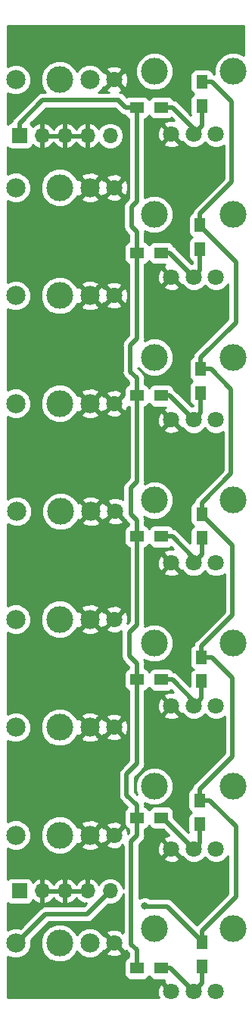
<source format=gbr>
G04 #@! TF.GenerationSoftware,KiCad,Pcbnew,(5.0.0-rc2-47-g52fceb3)*
G04 #@! TF.CreationDate,2018-07-16T10:42:13-05:00*
G04 #@! TF.ProjectId,nearness,6E6561726E6573732E6B696361645F70,rev?*
G04 #@! TF.SameCoordinates,Original*
G04 #@! TF.FileFunction,Copper,L2,Bot,Signal*
G04 #@! TF.FilePolarity,Positive*
%FSLAX46Y46*%
G04 Gerber Fmt 4.6, Leading zero omitted, Abs format (unit mm)*
G04 Created by KiCad (PCBNEW (5.0.0-rc2-47-g52fceb3)) date Monday, July 16, 2018 at 10:42:13 AM*
%MOMM*%
%LPD*%
G01*
G04 APERTURE LIST*
G04 #@! TA.AperFunction,ComponentPad*
%ADD10C,1.800000*%
G04 #@! TD*
G04 #@! TA.AperFunction,WasherPad*
%ADD11C,3.000000*%
G04 #@! TD*
G04 #@! TA.AperFunction,SMDPad,CuDef*
%ADD12R,1.300000X1.500000*%
G04 #@! TD*
G04 #@! TA.AperFunction,SMDPad,CuDef*
%ADD13R,1.500000X1.300000*%
G04 #@! TD*
G04 #@! TA.AperFunction,ComponentPad*
%ADD14R,1.700000X1.700000*%
G04 #@! TD*
G04 #@! TA.AperFunction,ComponentPad*
%ADD15O,1.700000X1.700000*%
G04 #@! TD*
G04 #@! TA.AperFunction,ComponentPad*
%ADD16C,3.000000*%
G04 #@! TD*
G04 #@! TA.AperFunction,ComponentPad*
%ADD17C,2.150000*%
G04 #@! TD*
G04 #@! TA.AperFunction,ViaPad*
%ADD18C,0.800000*%
G04 #@! TD*
G04 #@! TA.AperFunction,Conductor*
%ADD19C,0.500000*%
G04 #@! TD*
G04 #@! TA.AperFunction,Conductor*
%ADD20C,0.254000*%
G04 #@! TD*
G04 APERTURE END LIST*
D10*
G04 #@! TO.P,RV1,1*
G04 #@! TO.N,GND*
X20001900Y-12814380D03*
G04 #@! TO.P,RV1,2*
G04 #@! TO.N,Net-(R1-Pad1)*
X22501900Y-12814380D03*
G04 #@! TO.P,RV1,3*
G04 #@! TO.N,Net-(J2-Pad3)*
X25001900Y-12814380D03*
D11*
G04 #@! TO.P,RV1,*
G04 #@! TO.N,*
X18101900Y-5814380D03*
X26901900Y-5814380D03*
G04 #@! TD*
D10*
G04 #@! TO.P,RV2,1*
G04 #@! TO.N,GND*
X20001900Y-28795380D03*
G04 #@! TO.P,RV2,2*
G04 #@! TO.N,Net-(R3-Pad1)*
X22501900Y-28795380D03*
G04 #@! TO.P,RV2,3*
G04 #@! TO.N,Net-(J3-Pad3)*
X25001900Y-28795380D03*
D11*
G04 #@! TO.P,RV2,*
G04 #@! TO.N,*
X18101900Y-21795380D03*
X26901900Y-21795380D03*
G04 #@! TD*
D10*
G04 #@! TO.P,RV3,1*
G04 #@! TO.N,GND*
X20001900Y-44776380D03*
G04 #@! TO.P,RV3,2*
G04 #@! TO.N,Net-(R5-Pad1)*
X22501900Y-44776380D03*
G04 #@! TO.P,RV3,3*
G04 #@! TO.N,Net-(J4-Pad3)*
X25001900Y-44776380D03*
D11*
G04 #@! TO.P,RV3,*
G04 #@! TO.N,*
X18101900Y-37776380D03*
X26901900Y-37776380D03*
G04 #@! TD*
D10*
G04 #@! TO.P,RV4,1*
G04 #@! TO.N,GND*
X20001900Y-60757380D03*
G04 #@! TO.P,RV4,2*
G04 #@! TO.N,Net-(R7-Pad1)*
X22501900Y-60757380D03*
G04 #@! TO.P,RV4,3*
G04 #@! TO.N,Net-(J5-Pad3)*
X25001900Y-60757380D03*
D11*
G04 #@! TO.P,RV4,*
G04 #@! TO.N,*
X18101900Y-53757380D03*
X26901900Y-53757380D03*
G04 #@! TD*
D10*
G04 #@! TO.P,RV5,1*
G04 #@! TO.N,GND*
X20001900Y-76738380D03*
G04 #@! TO.P,RV5,2*
G04 #@! TO.N,Net-(R10-Pad1)*
X22501900Y-76738380D03*
G04 #@! TO.P,RV5,3*
G04 #@! TO.N,Net-(J6-Pad3)*
X25001900Y-76738380D03*
D11*
G04 #@! TO.P,RV5,*
G04 #@! TO.N,*
X18101900Y-69738380D03*
X26901900Y-69738380D03*
G04 #@! TD*
D10*
G04 #@! TO.P,RV6,1*
G04 #@! TO.N,GND*
X20001900Y-92720380D03*
G04 #@! TO.P,RV6,2*
G04 #@! TO.N,Net-(R11-Pad1)*
X22501900Y-92720380D03*
G04 #@! TO.P,RV6,3*
G04 #@! TO.N,Net-(J7-Pad3)*
X25001900Y-92720380D03*
D11*
G04 #@! TO.P,RV6,*
G04 #@! TO.N,*
X18101900Y-85720380D03*
X26901900Y-85720380D03*
G04 #@! TD*
D10*
G04 #@! TO.P,RV7,1*
G04 #@! TO.N,GND*
X20001900Y-108681380D03*
G04 #@! TO.P,RV7,2*
G04 #@! TO.N,Net-(R13-Pad1)*
X22501900Y-108681380D03*
G04 #@! TO.P,RV7,3*
G04 #@! TO.N,Net-(J8-Pad3)*
X25001900Y-108681380D03*
D11*
G04 #@! TO.P,RV7,*
G04 #@! TO.N,*
X18101900Y-101681380D03*
X26901900Y-101681380D03*
G04 #@! TD*
D12*
G04 #@! TO.P,R14,1*
G04 #@! TO.N,Net-(R13-Pad1)*
X23418800Y-105845600D03*
G04 #@! TO.P,R14,2*
G04 #@! TO.N,Net-(J12-Pad1)*
X23418800Y-103145600D03*
G04 #@! TD*
D13*
G04 #@! TO.P,R13,2*
G04 #@! TO.N,Net-(J11-Pad1)*
X16150000Y-106070400D03*
G04 #@! TO.P,R13,1*
G04 #@! TO.N,Net-(R13-Pad1)*
X18850000Y-106070400D03*
G04 #@! TD*
D12*
G04 #@! TO.P,R12,1*
G04 #@! TO.N,Net-(R11-Pad1)*
X23164800Y-89996000D03*
G04 #@! TO.P,R12,2*
G04 #@! TO.N,Net-(J12-Pad1)*
X23164800Y-87296000D03*
G04 #@! TD*
D13*
G04 #@! TO.P,R11,2*
G04 #@! TO.N,Net-(J11-Pad1)*
X16150000Y-89255600D03*
G04 #@! TO.P,R11,1*
G04 #@! TO.N,Net-(R11-Pad1)*
X18850000Y-89255600D03*
G04 #@! TD*
D12*
G04 #@! TO.P,R10,1*
G04 #@! TO.N,Net-(R10-Pad1)*
X23368000Y-73994000D03*
G04 #@! TO.P,R10,2*
G04 #@! TO.N,Net-(J12-Pad1)*
X23368000Y-71294000D03*
G04 #@! TD*
D13*
G04 #@! TO.P,R9,2*
G04 #@! TO.N,Net-(J11-Pad1)*
X16150000Y-73812400D03*
G04 #@! TO.P,R9,1*
G04 #@! TO.N,Net-(R10-Pad1)*
X18850000Y-73812400D03*
G04 #@! TD*
D12*
G04 #@! TO.P,R8,1*
G04 #@! TO.N,Net-(R7-Pad1)*
X23418800Y-57992000D03*
G04 #@! TO.P,R8,2*
G04 #@! TO.N,Net-(J12-Pad1)*
X23418800Y-55292000D03*
G04 #@! TD*
D13*
G04 #@! TO.P,R7,2*
G04 #@! TO.N,Net-(J11-Pad1)*
X16150000Y-57810400D03*
G04 #@! TO.P,R7,1*
G04 #@! TO.N,Net-(R7-Pad1)*
X18850000Y-57810400D03*
G04 #@! TD*
D12*
G04 #@! TO.P,R6,1*
G04 #@! TO.N,Net-(R5-Pad1)*
X23266400Y-41786800D03*
G04 #@! TO.P,R6,2*
G04 #@! TO.N,Net-(J12-Pad1)*
X23266400Y-39086800D03*
G04 #@! TD*
D13*
G04 #@! TO.P,R5,2*
G04 #@! TO.N,Net-(J11-Pad1)*
X16150000Y-42062400D03*
G04 #@! TO.P,R5,1*
G04 #@! TO.N,Net-(R5-Pad1)*
X18850000Y-42062400D03*
G04 #@! TD*
G04 #@! TO.P,R3,2*
G04 #@! TO.N,Net-(J11-Pad1)*
X16150000Y-26111200D03*
G04 #@! TO.P,R3,1*
G04 #@! TO.N,Net-(R3-Pad1)*
X18850000Y-26111200D03*
G04 #@! TD*
D12*
G04 #@! TO.P,R2,1*
G04 #@! TO.N,Net-(R1-Pad1)*
X23418800Y-9681200D03*
G04 #@! TO.P,R2,2*
G04 #@! TO.N,Net-(J12-Pad1)*
X23418800Y-6981200D03*
G04 #@! TD*
D13*
G04 #@! TO.P,R1,2*
G04 #@! TO.N,Net-(J11-Pad1)*
X16150000Y-9855200D03*
G04 #@! TO.P,R1,1*
G04 #@! TO.N,Net-(R1-Pad1)*
X18850000Y-9855200D03*
G04 #@! TD*
D12*
G04 #@! TO.P,R4,2*
G04 #@! TO.N,Net-(J12-Pad1)*
X23215600Y-22983200D03*
G04 #@! TO.P,R4,1*
G04 #@! TO.N,Net-(R3-Pad1)*
X23215600Y-25683200D03*
G04 #@! TD*
D14*
G04 #@! TO.P,J12,1*
G04 #@! TO.N,Net-(J12-Pad1)*
X3000000Y-97445000D03*
D15*
G04 #@! TO.P,J12,2*
G04 #@! TO.N,GND*
X5540000Y-97445000D03*
G04 #@! TO.P,J12,3*
X8080000Y-97445000D03*
G04 #@! TO.P,J12,4*
X10620000Y-97445000D03*
G04 #@! TO.P,J12,5*
G04 #@! TO.N,Net-(J12-Pad5)*
X13160000Y-97445000D03*
G04 #@! TD*
G04 #@! TO.P,J11,5*
G04 #@! TO.N,Net-(J1-Pad3)*
X13160000Y-13000000D03*
G04 #@! TO.P,J11,4*
G04 #@! TO.N,GND*
X10620000Y-13000000D03*
G04 #@! TO.P,J11,3*
X8080000Y-13000000D03*
G04 #@! TO.P,J11,2*
X5540000Y-13000000D03*
D14*
G04 #@! TO.P,J11,1*
G04 #@! TO.N,Net-(J11-Pad1)*
X3000000Y-13000000D03*
G04 #@! TD*
D16*
G04 #@! TO.P,J6,*
G04 #@! TO.N,*
X7500000Y-67065000D03*
D17*
G04 #@! TO.P,J6,3*
G04 #@! TO.N,Net-(J6-Pad3)*
X2580000Y-67065000D03*
G04 #@! TO.P,J6,2*
G04 #@! TO.N,GND*
X10880000Y-67065000D03*
D10*
G04 #@! TO.P,J6,1*
X13596000Y-67065000D03*
G04 #@! TD*
D16*
G04 #@! TO.P,J5,*
G04 #@! TO.N,*
X7622000Y-55000000D03*
D17*
G04 #@! TO.P,J5,3*
G04 #@! TO.N,Net-(J5-Pad3)*
X2702000Y-55000000D03*
G04 #@! TO.P,J5,2*
G04 #@! TO.N,GND*
X11002000Y-55000000D03*
D10*
G04 #@! TO.P,J5,1*
X13718000Y-55000000D03*
G04 #@! TD*
D16*
G04 #@! TO.P,J4,*
G04 #@! TO.N,*
X7500000Y-42935000D03*
D17*
G04 #@! TO.P,J4,3*
G04 #@! TO.N,Net-(J4-Pad3)*
X2580000Y-42935000D03*
G04 #@! TO.P,J4,2*
G04 #@! TO.N,GND*
X10880000Y-42935000D03*
D10*
G04 #@! TO.P,J4,1*
X13596000Y-42935000D03*
G04 #@! TD*
D16*
G04 #@! TO.P,J3,*
G04 #@! TO.N,*
X7500000Y-30870000D03*
D17*
G04 #@! TO.P,J3,3*
G04 #@! TO.N,Net-(J3-Pad3)*
X2580000Y-30870000D03*
G04 #@! TO.P,J3,2*
G04 #@! TO.N,GND*
X10880000Y-30870000D03*
D10*
G04 #@! TO.P,J3,1*
X13596000Y-30870000D03*
G04 #@! TD*
D16*
G04 #@! TO.P,J2,*
G04 #@! TO.N,*
X7500000Y-18805000D03*
D17*
G04 #@! TO.P,J2,3*
G04 #@! TO.N,Net-(J2-Pad3)*
X2580000Y-18805000D03*
G04 #@! TO.P,J2,2*
G04 #@! TO.N,GND*
X10880000Y-18805000D03*
D10*
G04 #@! TO.P,J2,1*
X13596000Y-18805000D03*
G04 #@! TD*
D16*
G04 #@! TO.P,J1,*
G04 #@! TO.N,*
X7500000Y-6740000D03*
D17*
G04 #@! TO.P,J1,3*
G04 #@! TO.N,Net-(J1-Pad3)*
X2580000Y-6740000D03*
G04 #@! TO.P,J1,2*
G04 #@! TO.N,Net-(J1-Pad2)*
X10880000Y-6740000D03*
D10*
G04 #@! TO.P,J1,1*
G04 #@! TO.N,GND*
X13596000Y-6740000D03*
G04 #@! TD*
D16*
G04 #@! TO.P,J7,*
G04 #@! TO.N,*
X7500000Y-79130000D03*
D17*
G04 #@! TO.P,J7,3*
G04 #@! TO.N,Net-(J7-Pad3)*
X2580000Y-79130000D03*
G04 #@! TO.P,J7,2*
G04 #@! TO.N,GND*
X10880000Y-79130000D03*
D10*
G04 #@! TO.P,J7,1*
X13596000Y-79130000D03*
G04 #@! TD*
D16*
G04 #@! TO.P,J8,*
G04 #@! TO.N,*
X7500000Y-91195000D03*
D17*
G04 #@! TO.P,J8,3*
G04 #@! TO.N,Net-(J8-Pad3)*
X2580000Y-91195000D03*
G04 #@! TO.P,J8,2*
G04 #@! TO.N,GND*
X10880000Y-91195000D03*
D10*
G04 #@! TO.P,J8,1*
X13596000Y-91195000D03*
G04 #@! TD*
D16*
G04 #@! TO.P,J9,*
G04 #@! TO.N,*
X7500000Y-103260000D03*
D17*
G04 #@! TO.P,J9,3*
G04 #@! TO.N,Net-(J12-Pad5)*
X2580000Y-103260000D03*
G04 #@! TO.P,J9,2*
G04 #@! TO.N,Net-(J9-Pad2)*
X10880000Y-103260000D03*
D10*
G04 #@! TO.P,J9,1*
G04 #@! TO.N,GND*
X13596000Y-103260000D03*
G04 #@! TD*
D18*
G04 #@! TO.N,Net-(J12-Pad1)*
X17018000Y-99110800D03*
G04 #@! TD*
D19*
G04 #@! TO.N,Net-(R13-Pad1)*
X19890920Y-106070400D02*
X22501900Y-108681380D01*
X18850000Y-106070400D02*
X19890920Y-106070400D01*
X23418800Y-107764480D02*
X22501900Y-108681380D01*
X23418800Y-105845600D02*
X23418800Y-107764480D01*
G04 #@! TO.N,Net-(R11-Pad1)*
X21601901Y-91820381D02*
X22501900Y-92720380D01*
X19037120Y-89255600D02*
X21601901Y-91820381D01*
X18850000Y-89255600D02*
X19037120Y-89255600D01*
X23164800Y-92057480D02*
X22501900Y-92720380D01*
X23164800Y-89996000D02*
X23164800Y-92057480D01*
G04 #@! TO.N,Net-(R10-Pad1)*
X22501900Y-76214300D02*
X22501900Y-76738380D01*
X20100000Y-73812400D02*
X22501900Y-76214300D01*
X18850000Y-73812400D02*
X20100000Y-73812400D01*
X23368000Y-75872280D02*
X22501900Y-76738380D01*
X23368000Y-73994000D02*
X23368000Y-75872280D01*
G04 #@! TO.N,Net-(R7-Pad1)*
X22501900Y-60212300D02*
X22501900Y-60757380D01*
X20100000Y-57810400D02*
X22501900Y-60212300D01*
X18850000Y-57810400D02*
X20100000Y-57810400D01*
X23418800Y-59840480D02*
X22501900Y-60757380D01*
X23418800Y-57992000D02*
X23418800Y-59840480D01*
G04 #@! TO.N,Net-(R5-Pad1)*
X19787920Y-42062400D02*
X22501900Y-44776380D01*
X18850000Y-42062400D02*
X19787920Y-42062400D01*
X23266400Y-44011880D02*
X22501900Y-44776380D01*
X23266400Y-41786800D02*
X23266400Y-44011880D01*
G04 #@! TO.N,Net-(R3-Pad1)*
X19817720Y-26111200D02*
X22501900Y-28795380D01*
X18850000Y-26111200D02*
X19817720Y-26111200D01*
X23215600Y-28081680D02*
X22501900Y-28795380D01*
X23215600Y-25683200D02*
X23215600Y-28081680D01*
G04 #@! TO.N,Net-(R1-Pad1)*
X22501900Y-12257100D02*
X22501900Y-12814380D01*
X20100000Y-9855200D02*
X22501900Y-12257100D01*
X18850000Y-9855200D02*
X20100000Y-9855200D01*
X23418800Y-11897480D02*
X22501900Y-12814380D01*
X23418800Y-9681200D02*
X23418800Y-11897480D01*
G04 #@! TO.N,Net-(J12-Pad5)*
X2702000Y-103260000D02*
X5936800Y-100025200D01*
X10579800Y-100025200D02*
X13160000Y-97445000D01*
X5936800Y-100025200D02*
X10579800Y-100025200D01*
G04 #@! TO.N,Net-(J12-Pad1)*
X24568800Y-6981200D02*
X26771600Y-9184000D01*
X23418800Y-6981200D02*
X24568800Y-6981200D01*
X23215600Y-21733200D02*
X23215600Y-22983200D01*
X26771600Y-18177200D02*
X23215600Y-21733200D01*
X26771600Y-9184000D02*
X26771600Y-18177200D01*
X23215600Y-23083200D02*
X27228800Y-27096400D01*
X23215600Y-22983200D02*
X23215600Y-23083200D01*
X27228800Y-33874400D02*
X23266400Y-37836800D01*
X23266400Y-37836800D02*
X23266400Y-39086800D01*
X27228800Y-27096400D02*
X27228800Y-33874400D01*
X24416400Y-39086800D02*
X26670000Y-41340400D01*
X23266400Y-39086800D02*
X24416400Y-39086800D01*
X23418800Y-54042000D02*
X23418800Y-55292000D01*
X26670000Y-50790800D02*
X23418800Y-54042000D01*
X26670000Y-41340400D02*
X26670000Y-50790800D01*
X23418800Y-55392000D02*
X26822400Y-58795600D01*
X23418800Y-55292000D02*
X23418800Y-55392000D01*
X23368000Y-70044000D02*
X23368000Y-71294000D01*
X26822400Y-66589600D02*
X23368000Y-70044000D01*
X26822400Y-58795600D02*
X26822400Y-66589600D01*
X24518000Y-71294000D02*
X26822400Y-73598400D01*
X23368000Y-71294000D02*
X24518000Y-71294000D01*
X23164800Y-86046000D02*
X23164800Y-87296000D01*
X26822400Y-82388400D02*
X23164800Y-86046000D01*
X26822400Y-73598400D02*
X26822400Y-82388400D01*
X24314800Y-87296000D02*
X27228800Y-90210000D01*
X23164800Y-87296000D02*
X24314800Y-87296000D01*
X23418800Y-101895600D02*
X23418800Y-103145600D01*
X27228800Y-98085600D02*
X23418800Y-101895600D01*
X27228800Y-90210000D02*
X27228800Y-98085600D01*
X23418800Y-103045600D02*
X19534800Y-99161600D01*
X23418800Y-103145600D02*
X23418800Y-103045600D01*
X17068800Y-99161600D02*
X17018000Y-99110800D01*
X19534800Y-99161600D02*
X17068800Y-99161600D01*
G04 #@! TO.N,Net-(J11-Pad1)*
X3000000Y-13000000D02*
X3000000Y-11650000D01*
X3000000Y-11650000D02*
X5607600Y-9042400D01*
X5607600Y-9042400D02*
X14122400Y-9042400D01*
X14900000Y-9855200D02*
X16150000Y-9855200D01*
X14122400Y-9077600D02*
X14900000Y-9855200D01*
X14122400Y-9042400D02*
X14122400Y-9077600D01*
X16150000Y-9855200D02*
X16150000Y-20375200D01*
X16150000Y-20375200D02*
X15544800Y-20980400D01*
X15544800Y-20980400D02*
X15544800Y-23164800D01*
X16150000Y-23770000D02*
X16150000Y-26111200D01*
X15544800Y-23164800D02*
X16150000Y-23770000D01*
X16150000Y-26111200D02*
X16150000Y-35666000D01*
X16150000Y-35666000D02*
X15392400Y-36423600D01*
X15392400Y-36423600D02*
X15392400Y-39370000D01*
X16150000Y-40127600D02*
X16150000Y-42062400D01*
X15392400Y-39370000D02*
X16150000Y-40127600D01*
X16150000Y-43212400D02*
X16154400Y-43216800D01*
X16150000Y-42062400D02*
X16150000Y-43212400D01*
X16154400Y-43216800D02*
X16154400Y-51663600D01*
X16154400Y-51663600D02*
X15443200Y-52374800D01*
X15443200Y-52374800D02*
X15443200Y-55321200D01*
X16150000Y-56028000D02*
X16150000Y-57810400D01*
X15443200Y-55321200D02*
X16150000Y-56028000D01*
X16150000Y-58960400D02*
X16154400Y-58964800D01*
X16150000Y-57810400D02*
X16150000Y-58960400D01*
X16154400Y-58964800D02*
X16154400Y-67665600D01*
X16154400Y-67665600D02*
X15290800Y-68529200D01*
X15290800Y-68529200D02*
X15290800Y-71170800D01*
X16150000Y-72030000D02*
X16150000Y-73812400D01*
X15290800Y-71170800D02*
X16150000Y-72030000D01*
X16150000Y-73812400D02*
X16150000Y-83214800D01*
X16150000Y-83214800D02*
X14986000Y-84378800D01*
X14986000Y-84378800D02*
X14986000Y-86715600D01*
X16150000Y-87879600D02*
X16150000Y-89255600D01*
X14986000Y-86715600D02*
X16150000Y-87879600D01*
X16150000Y-104034000D02*
X16150000Y-106070400D01*
X15494000Y-91897200D02*
X15494000Y-103378000D01*
X15494000Y-103378000D02*
X16150000Y-104034000D01*
X16150000Y-91241200D02*
X15494000Y-91897200D01*
X16150000Y-89255600D02*
X16150000Y-91241200D01*
G04 #@! TD*
D20*
G04 #@! TO.N,GND*
G36*
X14609001Y-102067391D02*
X14496553Y-102179839D01*
X14410148Y-101923357D01*
X13836664Y-101713542D01*
X13226540Y-101739161D01*
X12781852Y-101923357D01*
X12695446Y-102179841D01*
X13596000Y-103080395D01*
X13610143Y-103066253D01*
X13789748Y-103245858D01*
X13775605Y-103260000D01*
X14676159Y-104160554D01*
X14932643Y-104074148D01*
X14934231Y-104069809D01*
X15265000Y-104400579D01*
X15265000Y-104799813D01*
X15152235Y-104822243D01*
X14942191Y-104962591D01*
X14801843Y-105172635D01*
X14752560Y-105420400D01*
X14752560Y-106720400D01*
X14801843Y-106968165D01*
X14942191Y-107178209D01*
X15152235Y-107318557D01*
X15400000Y-107367840D01*
X16900000Y-107367840D01*
X17147765Y-107318557D01*
X17357809Y-107178209D01*
X17498157Y-106968165D01*
X17500000Y-106958900D01*
X17501843Y-106968165D01*
X17642191Y-107178209D01*
X17852235Y-107318557D01*
X18100000Y-107367840D01*
X19179969Y-107367840D01*
X19101346Y-107601221D01*
X20001900Y-108501775D01*
X20016043Y-108487633D01*
X20195648Y-108667238D01*
X20181505Y-108681380D01*
X20195648Y-108695523D01*
X20016043Y-108875128D01*
X20001900Y-108860985D01*
X19987758Y-108875128D01*
X19808153Y-108695523D01*
X19822295Y-108681380D01*
X18921741Y-107780826D01*
X18665257Y-107867232D01*
X18455442Y-108440716D01*
X18481061Y-109050840D01*
X18590480Y-109315000D01*
X1685000Y-109315000D01*
X1685000Y-104740169D01*
X2239860Y-104970000D01*
X2920140Y-104970000D01*
X3548637Y-104709668D01*
X4029668Y-104228637D01*
X4290000Y-103600140D01*
X4290000Y-102923578D01*
X4378256Y-102835322D01*
X5365000Y-102835322D01*
X5365000Y-103684678D01*
X5690034Y-104469380D01*
X6290620Y-105069966D01*
X7075322Y-105395000D01*
X7924678Y-105395000D01*
X8709380Y-105069966D01*
X9309966Y-104469380D01*
X9420008Y-104203714D01*
X9430332Y-104228637D01*
X9911363Y-104709668D01*
X10539860Y-104970000D01*
X11220140Y-104970000D01*
X11848637Y-104709668D01*
X12218146Y-104340159D01*
X12695446Y-104340159D01*
X12781852Y-104596643D01*
X13355336Y-104806458D01*
X13965460Y-104780839D01*
X14410148Y-104596643D01*
X14496554Y-104340159D01*
X13596000Y-103439605D01*
X12695446Y-104340159D01*
X12218146Y-104340159D01*
X12329668Y-104228637D01*
X12377213Y-104113852D01*
X12515841Y-104160554D01*
X13416395Y-103260000D01*
X12515841Y-102359446D01*
X12377213Y-102406148D01*
X12329668Y-102291363D01*
X11848637Y-101810332D01*
X11220140Y-101550000D01*
X10539860Y-101550000D01*
X9911363Y-101810332D01*
X9430332Y-102291363D01*
X9420008Y-102316286D01*
X9309966Y-102050620D01*
X8709380Y-101450034D01*
X7924678Y-101125000D01*
X7075322Y-101125000D01*
X6290620Y-101450034D01*
X5690034Y-102050620D01*
X5365000Y-102835322D01*
X4378256Y-102835322D01*
X6303379Y-100910200D01*
X10492639Y-100910200D01*
X10579800Y-100927537D01*
X10666961Y-100910200D01*
X10666965Y-100910200D01*
X10925110Y-100858852D01*
X11217849Y-100663249D01*
X11267225Y-100589353D01*
X12941040Y-98915538D01*
X13013744Y-98930000D01*
X13306256Y-98930000D01*
X13739418Y-98843839D01*
X14230625Y-98515625D01*
X14558839Y-98024418D01*
X14609001Y-97772238D01*
X14609001Y-102067391D01*
X14609001Y-102067391D01*
G37*
X14609001Y-102067391D02*
X14496553Y-102179839D01*
X14410148Y-101923357D01*
X13836664Y-101713542D01*
X13226540Y-101739161D01*
X12781852Y-101923357D01*
X12695446Y-102179841D01*
X13596000Y-103080395D01*
X13610143Y-103066253D01*
X13789748Y-103245858D01*
X13775605Y-103260000D01*
X14676159Y-104160554D01*
X14932643Y-104074148D01*
X14934231Y-104069809D01*
X15265000Y-104400579D01*
X15265000Y-104799813D01*
X15152235Y-104822243D01*
X14942191Y-104962591D01*
X14801843Y-105172635D01*
X14752560Y-105420400D01*
X14752560Y-106720400D01*
X14801843Y-106968165D01*
X14942191Y-107178209D01*
X15152235Y-107318557D01*
X15400000Y-107367840D01*
X16900000Y-107367840D01*
X17147765Y-107318557D01*
X17357809Y-107178209D01*
X17498157Y-106968165D01*
X17500000Y-106958900D01*
X17501843Y-106968165D01*
X17642191Y-107178209D01*
X17852235Y-107318557D01*
X18100000Y-107367840D01*
X19179969Y-107367840D01*
X19101346Y-107601221D01*
X20001900Y-108501775D01*
X20016043Y-108487633D01*
X20195648Y-108667238D01*
X20181505Y-108681380D01*
X20195648Y-108695523D01*
X20016043Y-108875128D01*
X20001900Y-108860985D01*
X19987758Y-108875128D01*
X19808153Y-108695523D01*
X19822295Y-108681380D01*
X18921741Y-107780826D01*
X18665257Y-107867232D01*
X18455442Y-108440716D01*
X18481061Y-109050840D01*
X18590480Y-109315000D01*
X1685000Y-109315000D01*
X1685000Y-104740169D01*
X2239860Y-104970000D01*
X2920140Y-104970000D01*
X3548637Y-104709668D01*
X4029668Y-104228637D01*
X4290000Y-103600140D01*
X4290000Y-102923578D01*
X4378256Y-102835322D01*
X5365000Y-102835322D01*
X5365000Y-103684678D01*
X5690034Y-104469380D01*
X6290620Y-105069966D01*
X7075322Y-105395000D01*
X7924678Y-105395000D01*
X8709380Y-105069966D01*
X9309966Y-104469380D01*
X9420008Y-104203714D01*
X9430332Y-104228637D01*
X9911363Y-104709668D01*
X10539860Y-104970000D01*
X11220140Y-104970000D01*
X11848637Y-104709668D01*
X12218146Y-104340159D01*
X12695446Y-104340159D01*
X12781852Y-104596643D01*
X13355336Y-104806458D01*
X13965460Y-104780839D01*
X14410148Y-104596643D01*
X14496554Y-104340159D01*
X13596000Y-103439605D01*
X12695446Y-104340159D01*
X12218146Y-104340159D01*
X12329668Y-104228637D01*
X12377213Y-104113852D01*
X12515841Y-104160554D01*
X13416395Y-103260000D01*
X12515841Y-102359446D01*
X12377213Y-102406148D01*
X12329668Y-102291363D01*
X11848637Y-101810332D01*
X11220140Y-101550000D01*
X10539860Y-101550000D01*
X9911363Y-101810332D01*
X9430332Y-102291363D01*
X9420008Y-102316286D01*
X9309966Y-102050620D01*
X8709380Y-101450034D01*
X7924678Y-101125000D01*
X7075322Y-101125000D01*
X6290620Y-101450034D01*
X5690034Y-102050620D01*
X5365000Y-102835322D01*
X4378256Y-102835322D01*
X6303379Y-100910200D01*
X10492639Y-100910200D01*
X10579800Y-100927537D01*
X10666961Y-100910200D01*
X10666965Y-100910200D01*
X10925110Y-100858852D01*
X11217849Y-100663249D01*
X11267225Y-100589353D01*
X12941040Y-98915538D01*
X13013744Y-98930000D01*
X13306256Y-98930000D01*
X13739418Y-98843839D01*
X14230625Y-98515625D01*
X14558839Y-98024418D01*
X14609001Y-97772238D01*
X14609001Y-102067391D01*
G36*
X14212577Y-10419356D02*
X14261951Y-10493249D01*
X14335844Y-10542623D01*
X14335845Y-10542624D01*
X14446880Y-10616815D01*
X14554690Y-10688852D01*
X14798746Y-10737398D01*
X14801843Y-10752965D01*
X14942191Y-10963009D01*
X15152235Y-11103357D01*
X15265000Y-11125787D01*
X15265001Y-20008620D01*
X14980646Y-20292975D01*
X14906751Y-20342351D01*
X14711148Y-20635091D01*
X14659800Y-20893236D01*
X14659800Y-20893239D01*
X14642463Y-20980400D01*
X14659800Y-21067561D01*
X14659801Y-23077635D01*
X14642463Y-23164800D01*
X14711148Y-23510109D01*
X14857376Y-23728954D01*
X14857378Y-23728956D01*
X14906752Y-23802849D01*
X14980644Y-23852223D01*
X15265000Y-24136579D01*
X15265000Y-24840613D01*
X15152235Y-24863043D01*
X14942191Y-25003391D01*
X14801843Y-25213435D01*
X14752560Y-25461200D01*
X14752560Y-26761200D01*
X14801843Y-27008965D01*
X14942191Y-27219009D01*
X15152235Y-27359357D01*
X15265000Y-27381787D01*
X15265001Y-35299420D01*
X14828247Y-35736175D01*
X14754351Y-35785551D01*
X14558748Y-36078291D01*
X14507400Y-36336436D01*
X14507400Y-36336439D01*
X14490063Y-36423600D01*
X14507400Y-36510761D01*
X14507401Y-39282835D01*
X14490063Y-39370000D01*
X14558748Y-39715309D01*
X14704976Y-39934154D01*
X14704978Y-39934156D01*
X14754352Y-40008049D01*
X14828245Y-40057423D01*
X15265000Y-40494179D01*
X15265000Y-40791813D01*
X15152235Y-40814243D01*
X14942191Y-40954591D01*
X14801843Y-41164635D01*
X14752560Y-41412400D01*
X14752560Y-42060184D01*
X14676159Y-42034446D01*
X13775605Y-42935000D01*
X14676159Y-43835554D01*
X14932643Y-43749148D01*
X15104721Y-43278809D01*
X15152235Y-43310557D01*
X15269400Y-43333862D01*
X15269401Y-51297020D01*
X14879047Y-51687375D01*
X14805151Y-51736751D01*
X14609548Y-52029491D01*
X14558200Y-52287636D01*
X14558200Y-52287639D01*
X14540863Y-52374800D01*
X14558200Y-52461961D01*
X14558200Y-53740690D01*
X14532148Y-53663357D01*
X13958664Y-53453542D01*
X13348540Y-53479161D01*
X12903852Y-53663357D01*
X12817446Y-53919841D01*
X13718000Y-54820395D01*
X13732143Y-54806253D01*
X13911748Y-54985858D01*
X13897605Y-55000000D01*
X14701038Y-55803433D01*
X14755776Y-55885354D01*
X14755778Y-55885356D01*
X14805152Y-55959249D01*
X14879045Y-56008623D01*
X15265000Y-56394579D01*
X15265000Y-56539813D01*
X15152235Y-56562243D01*
X14942191Y-56702591D01*
X14801843Y-56912635D01*
X14752560Y-57160400D01*
X14752560Y-58460400D01*
X14801843Y-58708165D01*
X14942191Y-58918209D01*
X15152235Y-59058557D01*
X15269400Y-59081862D01*
X15269401Y-67299020D01*
X15073052Y-67495369D01*
X15142458Y-67305664D01*
X15116839Y-66695540D01*
X14932643Y-66250852D01*
X14676159Y-66164446D01*
X13775605Y-67065000D01*
X13789748Y-67079143D01*
X13610143Y-67258748D01*
X13596000Y-67244605D01*
X12695446Y-68145159D01*
X12781852Y-68401643D01*
X13355336Y-68611458D01*
X13965460Y-68585839D01*
X14410148Y-68401643D01*
X14419149Y-68374923D01*
X14405800Y-68442036D01*
X14405800Y-68442039D01*
X14388463Y-68529200D01*
X14405800Y-68616361D01*
X14405801Y-71083635D01*
X14388463Y-71170800D01*
X14457148Y-71516109D01*
X14603376Y-71734954D01*
X14603378Y-71734956D01*
X14652752Y-71808849D01*
X14726645Y-71858223D01*
X15265000Y-72396579D01*
X15265000Y-72541813D01*
X15152235Y-72564243D01*
X14942191Y-72704591D01*
X14801843Y-72914635D01*
X14752560Y-73162400D01*
X14752560Y-74462400D01*
X14801843Y-74710165D01*
X14942191Y-74920209D01*
X15152235Y-75060557D01*
X15265000Y-75082987D01*
X15265001Y-82848220D01*
X14421847Y-83691375D01*
X14347951Y-83740751D01*
X14152348Y-84033491D01*
X14101000Y-84291636D01*
X14101000Y-84291639D01*
X14083663Y-84378800D01*
X14101000Y-84465961D01*
X14101001Y-86628435D01*
X14083663Y-86715600D01*
X14152348Y-87060909D01*
X14298576Y-87279754D01*
X14298578Y-87279756D01*
X14347952Y-87353649D01*
X14421845Y-87403023D01*
X15076721Y-88057900D01*
X14942191Y-88147791D01*
X14801843Y-88357835D01*
X14752560Y-88605600D01*
X14752560Y-89905600D01*
X14801843Y-90153365D01*
X14942191Y-90363409D01*
X15152235Y-90503757D01*
X15265001Y-90526187D01*
X15265001Y-90874621D01*
X15124787Y-91014834D01*
X15116839Y-90825540D01*
X14932643Y-90380852D01*
X14676159Y-90294446D01*
X13775605Y-91195000D01*
X13789748Y-91209143D01*
X13610143Y-91388748D01*
X13596000Y-91374605D01*
X12695446Y-92275159D01*
X12781852Y-92531643D01*
X13355336Y-92741458D01*
X13965460Y-92715839D01*
X14410148Y-92531643D01*
X14496553Y-92275161D01*
X14609000Y-92387608D01*
X14609000Y-97117762D01*
X14558839Y-96865582D01*
X14230625Y-96374375D01*
X13739418Y-96046161D01*
X13306256Y-95960000D01*
X13013744Y-95960000D01*
X12580582Y-96046161D01*
X12089375Y-96374375D01*
X11876157Y-96693478D01*
X11815183Y-96563642D01*
X11386924Y-96173355D01*
X10976890Y-96003524D01*
X10747000Y-96124845D01*
X10747000Y-97318000D01*
X10767000Y-97318000D01*
X10767000Y-97572000D01*
X10747000Y-97572000D01*
X10747000Y-97592000D01*
X10493000Y-97592000D01*
X10493000Y-97572000D01*
X8207000Y-97572000D01*
X8207000Y-98765155D01*
X8436890Y-98886476D01*
X8846924Y-98716645D01*
X9275183Y-98326358D01*
X9350000Y-98167046D01*
X9424817Y-98326358D01*
X9853076Y-98716645D01*
X10263110Y-98886476D01*
X10492998Y-98765156D01*
X10492998Y-98860424D01*
X10213222Y-99140200D01*
X6023960Y-99140200D01*
X5936799Y-99122863D01*
X5849638Y-99140200D01*
X5849635Y-99140200D01*
X5591490Y-99191548D01*
X5372645Y-99337776D01*
X5372644Y-99337777D01*
X5298751Y-99387151D01*
X5249377Y-99461044D01*
X3090045Y-101620377D01*
X2920140Y-101550000D01*
X2239860Y-101550000D01*
X1685000Y-101779831D01*
X1685000Y-98742047D01*
X1692191Y-98752809D01*
X1902235Y-98893157D01*
X2150000Y-98942440D01*
X3850000Y-98942440D01*
X4097765Y-98893157D01*
X4307809Y-98752809D01*
X4448157Y-98542765D01*
X4468739Y-98439292D01*
X4773076Y-98716645D01*
X5183110Y-98886476D01*
X5413000Y-98765155D01*
X5413000Y-97572000D01*
X5667000Y-97572000D01*
X5667000Y-98765155D01*
X5896890Y-98886476D01*
X6306924Y-98716645D01*
X6735183Y-98326358D01*
X6810000Y-98167046D01*
X6884817Y-98326358D01*
X7313076Y-98716645D01*
X7723110Y-98886476D01*
X7953000Y-98765155D01*
X7953000Y-97572000D01*
X5667000Y-97572000D01*
X5413000Y-97572000D01*
X5393000Y-97572000D01*
X5393000Y-97318000D01*
X5413000Y-97318000D01*
X5413000Y-96124845D01*
X5667000Y-96124845D01*
X5667000Y-97318000D01*
X7953000Y-97318000D01*
X7953000Y-96124845D01*
X8207000Y-96124845D01*
X8207000Y-97318000D01*
X10493000Y-97318000D01*
X10493000Y-96124845D01*
X10263110Y-96003524D01*
X9853076Y-96173355D01*
X9424817Y-96563642D01*
X9350000Y-96722954D01*
X9275183Y-96563642D01*
X8846924Y-96173355D01*
X8436890Y-96003524D01*
X8207000Y-96124845D01*
X7953000Y-96124845D01*
X7723110Y-96003524D01*
X7313076Y-96173355D01*
X6884817Y-96563642D01*
X6810000Y-96722954D01*
X6735183Y-96563642D01*
X6306924Y-96173355D01*
X5896890Y-96003524D01*
X5667000Y-96124845D01*
X5413000Y-96124845D01*
X5183110Y-96003524D01*
X4773076Y-96173355D01*
X4468739Y-96450708D01*
X4448157Y-96347235D01*
X4307809Y-96137191D01*
X4097765Y-95996843D01*
X3850000Y-95947560D01*
X2150000Y-95947560D01*
X1902235Y-95996843D01*
X1692191Y-96137191D01*
X1685000Y-96147953D01*
X1685000Y-92675169D01*
X2239860Y-92905000D01*
X2920140Y-92905000D01*
X3548637Y-92644668D01*
X4029668Y-92163637D01*
X4290000Y-91535140D01*
X4290000Y-90854860D01*
X4254984Y-90770322D01*
X5365000Y-90770322D01*
X5365000Y-91619678D01*
X5690034Y-92404380D01*
X6290620Y-93004966D01*
X7075322Y-93330000D01*
X7924678Y-93330000D01*
X8709380Y-93004966D01*
X9309966Y-92404380D01*
X9311040Y-92401787D01*
X9852819Y-92401787D01*
X9960664Y-92676423D01*
X10597560Y-92915471D01*
X11277454Y-92892593D01*
X11799336Y-92676423D01*
X11907181Y-92401787D01*
X10880000Y-91374605D01*
X9852819Y-92401787D01*
X9311040Y-92401787D01*
X9425695Y-92124985D01*
X9673213Y-92222181D01*
X10700395Y-91195000D01*
X11059605Y-91195000D01*
X12086787Y-92222181D01*
X12361423Y-92114336D01*
X12385015Y-92051480D01*
X12515841Y-92095554D01*
X13416395Y-91195000D01*
X12515841Y-90294446D01*
X12387159Y-90337797D01*
X12361423Y-90275664D01*
X12086787Y-90167819D01*
X11059605Y-91195000D01*
X10700395Y-91195000D01*
X9673213Y-90167819D01*
X9425695Y-90265015D01*
X9311041Y-89988213D01*
X9852819Y-89988213D01*
X10880000Y-91015395D01*
X11780553Y-90114841D01*
X12695446Y-90114841D01*
X13596000Y-91015395D01*
X14496554Y-90114841D01*
X14410148Y-89858357D01*
X13836664Y-89648542D01*
X13226540Y-89674161D01*
X12781852Y-89858357D01*
X12695446Y-90114841D01*
X11780553Y-90114841D01*
X11907181Y-89988213D01*
X11799336Y-89713577D01*
X11162440Y-89474529D01*
X10482546Y-89497407D01*
X9960664Y-89713577D01*
X9852819Y-89988213D01*
X9311041Y-89988213D01*
X9309966Y-89985620D01*
X8709380Y-89385034D01*
X7924678Y-89060000D01*
X7075322Y-89060000D01*
X6290620Y-89385034D01*
X5690034Y-89985620D01*
X5365000Y-90770322D01*
X4254984Y-90770322D01*
X4029668Y-90226363D01*
X3548637Y-89745332D01*
X2920140Y-89485000D01*
X2239860Y-89485000D01*
X1685000Y-89714831D01*
X1685000Y-80610169D01*
X2239860Y-80840000D01*
X2920140Y-80840000D01*
X3548637Y-80579668D01*
X4029668Y-80098637D01*
X4290000Y-79470140D01*
X4290000Y-78789860D01*
X4254984Y-78705322D01*
X5365000Y-78705322D01*
X5365000Y-79554678D01*
X5690034Y-80339380D01*
X6290620Y-80939966D01*
X7075322Y-81265000D01*
X7924678Y-81265000D01*
X8709380Y-80939966D01*
X9309966Y-80339380D01*
X9311040Y-80336787D01*
X9852819Y-80336787D01*
X9960664Y-80611423D01*
X10597560Y-80850471D01*
X11277454Y-80827593D01*
X11799336Y-80611423D01*
X11907181Y-80336787D01*
X11780554Y-80210159D01*
X12695446Y-80210159D01*
X12781852Y-80466643D01*
X13355336Y-80676458D01*
X13965460Y-80650839D01*
X14410148Y-80466643D01*
X14496554Y-80210159D01*
X13596000Y-79309605D01*
X12695446Y-80210159D01*
X11780554Y-80210159D01*
X10880000Y-79309605D01*
X9852819Y-80336787D01*
X9311040Y-80336787D01*
X9425695Y-80059985D01*
X9673213Y-80157181D01*
X10700395Y-79130000D01*
X11059605Y-79130000D01*
X12086787Y-80157181D01*
X12361423Y-80049336D01*
X12385015Y-79986480D01*
X12515841Y-80030554D01*
X13416395Y-79130000D01*
X13775605Y-79130000D01*
X14676159Y-80030554D01*
X14932643Y-79944148D01*
X15142458Y-79370664D01*
X15116839Y-78760540D01*
X14932643Y-78315852D01*
X14676159Y-78229446D01*
X13775605Y-79130000D01*
X13416395Y-79130000D01*
X12515841Y-78229446D01*
X12387159Y-78272797D01*
X12361423Y-78210664D01*
X12086787Y-78102819D01*
X11059605Y-79130000D01*
X10700395Y-79130000D01*
X9673213Y-78102819D01*
X9425695Y-78200015D01*
X9311041Y-77923213D01*
X9852819Y-77923213D01*
X10880000Y-78950395D01*
X11780553Y-78049841D01*
X12695446Y-78049841D01*
X13596000Y-78950395D01*
X14496554Y-78049841D01*
X14410148Y-77793357D01*
X13836664Y-77583542D01*
X13226540Y-77609161D01*
X12781852Y-77793357D01*
X12695446Y-78049841D01*
X11780553Y-78049841D01*
X11907181Y-77923213D01*
X11799336Y-77648577D01*
X11162440Y-77409529D01*
X10482546Y-77432407D01*
X9960664Y-77648577D01*
X9852819Y-77923213D01*
X9311041Y-77923213D01*
X9309966Y-77920620D01*
X8709380Y-77320034D01*
X7924678Y-76995000D01*
X7075322Y-76995000D01*
X6290620Y-77320034D01*
X5690034Y-77920620D01*
X5365000Y-78705322D01*
X4254984Y-78705322D01*
X4029668Y-78161363D01*
X3548637Y-77680332D01*
X2920140Y-77420000D01*
X2239860Y-77420000D01*
X1685000Y-77649831D01*
X1685000Y-68545169D01*
X2239860Y-68775000D01*
X2920140Y-68775000D01*
X3548637Y-68514668D01*
X4029668Y-68033637D01*
X4290000Y-67405140D01*
X4290000Y-66724860D01*
X4254984Y-66640322D01*
X5365000Y-66640322D01*
X5365000Y-67489678D01*
X5690034Y-68274380D01*
X6290620Y-68874966D01*
X7075322Y-69200000D01*
X7924678Y-69200000D01*
X8709380Y-68874966D01*
X9309966Y-68274380D01*
X9311040Y-68271787D01*
X9852819Y-68271787D01*
X9960664Y-68546423D01*
X10597560Y-68785471D01*
X11277454Y-68762593D01*
X11799336Y-68546423D01*
X11907181Y-68271787D01*
X10880000Y-67244605D01*
X9852819Y-68271787D01*
X9311040Y-68271787D01*
X9425695Y-67994985D01*
X9673213Y-68092181D01*
X10700395Y-67065000D01*
X11059605Y-67065000D01*
X12086787Y-68092181D01*
X12361423Y-67984336D01*
X12385015Y-67921480D01*
X12515841Y-67965554D01*
X13416395Y-67065000D01*
X12515841Y-66164446D01*
X12387159Y-66207797D01*
X12361423Y-66145664D01*
X12086787Y-66037819D01*
X11059605Y-67065000D01*
X10700395Y-67065000D01*
X9673213Y-66037819D01*
X9425695Y-66135015D01*
X9311041Y-65858213D01*
X9852819Y-65858213D01*
X10880000Y-66885395D01*
X11780553Y-65984841D01*
X12695446Y-65984841D01*
X13596000Y-66885395D01*
X14496554Y-65984841D01*
X14410148Y-65728357D01*
X13836664Y-65518542D01*
X13226540Y-65544161D01*
X12781852Y-65728357D01*
X12695446Y-65984841D01*
X11780553Y-65984841D01*
X11907181Y-65858213D01*
X11799336Y-65583577D01*
X11162440Y-65344529D01*
X10482546Y-65367407D01*
X9960664Y-65583577D01*
X9852819Y-65858213D01*
X9311041Y-65858213D01*
X9309966Y-65855620D01*
X8709380Y-65255034D01*
X7924678Y-64930000D01*
X7075322Y-64930000D01*
X6290620Y-65255034D01*
X5690034Y-65855620D01*
X5365000Y-66640322D01*
X4254984Y-66640322D01*
X4029668Y-66096363D01*
X3548637Y-65615332D01*
X2920140Y-65355000D01*
X2239860Y-65355000D01*
X1685000Y-65584831D01*
X1685000Y-56401305D01*
X1733363Y-56449668D01*
X2361860Y-56710000D01*
X3042140Y-56710000D01*
X3670637Y-56449668D01*
X4151668Y-55968637D01*
X4412000Y-55340140D01*
X4412000Y-54659860D01*
X4376984Y-54575322D01*
X5487000Y-54575322D01*
X5487000Y-55424678D01*
X5812034Y-56209380D01*
X6412620Y-56809966D01*
X7197322Y-57135000D01*
X8046678Y-57135000D01*
X8831380Y-56809966D01*
X9431966Y-56209380D01*
X9433040Y-56206787D01*
X9974819Y-56206787D01*
X10082664Y-56481423D01*
X10719560Y-56720471D01*
X11399454Y-56697593D01*
X11921336Y-56481423D01*
X12029181Y-56206787D01*
X11902554Y-56080159D01*
X12817446Y-56080159D01*
X12903852Y-56336643D01*
X13477336Y-56546458D01*
X14087460Y-56520839D01*
X14532148Y-56336643D01*
X14618554Y-56080159D01*
X13718000Y-55179605D01*
X12817446Y-56080159D01*
X11902554Y-56080159D01*
X11002000Y-55179605D01*
X9974819Y-56206787D01*
X9433040Y-56206787D01*
X9547695Y-55929985D01*
X9795213Y-56027181D01*
X10822395Y-55000000D01*
X11181605Y-55000000D01*
X12208787Y-56027181D01*
X12483423Y-55919336D01*
X12507015Y-55856480D01*
X12637841Y-55900554D01*
X13538395Y-55000000D01*
X12637841Y-54099446D01*
X12509159Y-54142797D01*
X12483423Y-54080664D01*
X12208787Y-53972819D01*
X11181605Y-55000000D01*
X10822395Y-55000000D01*
X9795213Y-53972819D01*
X9547695Y-54070015D01*
X9433041Y-53793213D01*
X9974819Y-53793213D01*
X11002000Y-54820395D01*
X12029181Y-53793213D01*
X11921336Y-53518577D01*
X11284440Y-53279529D01*
X10604546Y-53302407D01*
X10082664Y-53518577D01*
X9974819Y-53793213D01*
X9433041Y-53793213D01*
X9431966Y-53790620D01*
X8831380Y-53190034D01*
X8046678Y-52865000D01*
X7197322Y-52865000D01*
X6412620Y-53190034D01*
X5812034Y-53790620D01*
X5487000Y-54575322D01*
X4376984Y-54575322D01*
X4151668Y-54031363D01*
X3670637Y-53550332D01*
X3042140Y-53290000D01*
X2361860Y-53290000D01*
X1733363Y-53550332D01*
X1685000Y-53598695D01*
X1685000Y-44415169D01*
X2239860Y-44645000D01*
X2920140Y-44645000D01*
X3548637Y-44384668D01*
X4029668Y-43903637D01*
X4290000Y-43275140D01*
X4290000Y-42594860D01*
X4254984Y-42510322D01*
X5365000Y-42510322D01*
X5365000Y-43359678D01*
X5690034Y-44144380D01*
X6290620Y-44744966D01*
X7075322Y-45070000D01*
X7924678Y-45070000D01*
X8709380Y-44744966D01*
X9309966Y-44144380D01*
X9311040Y-44141787D01*
X9852819Y-44141787D01*
X9960664Y-44416423D01*
X10597560Y-44655471D01*
X11277454Y-44632593D01*
X11799336Y-44416423D01*
X11907181Y-44141787D01*
X11780554Y-44015159D01*
X12695446Y-44015159D01*
X12781852Y-44271643D01*
X13355336Y-44481458D01*
X13965460Y-44455839D01*
X14410148Y-44271643D01*
X14496554Y-44015159D01*
X13596000Y-43114605D01*
X12695446Y-44015159D01*
X11780554Y-44015159D01*
X10880000Y-43114605D01*
X9852819Y-44141787D01*
X9311040Y-44141787D01*
X9425695Y-43864985D01*
X9673213Y-43962181D01*
X10700395Y-42935000D01*
X11059605Y-42935000D01*
X12086787Y-43962181D01*
X12361423Y-43854336D01*
X12385015Y-43791480D01*
X12515841Y-43835554D01*
X13416395Y-42935000D01*
X12515841Y-42034446D01*
X12387159Y-42077797D01*
X12361423Y-42015664D01*
X12086787Y-41907819D01*
X11059605Y-42935000D01*
X10700395Y-42935000D01*
X9673213Y-41907819D01*
X9425695Y-42005015D01*
X9311041Y-41728213D01*
X9852819Y-41728213D01*
X10880000Y-42755395D01*
X11780553Y-41854841D01*
X12695446Y-41854841D01*
X13596000Y-42755395D01*
X14496554Y-41854841D01*
X14410148Y-41598357D01*
X13836664Y-41388542D01*
X13226540Y-41414161D01*
X12781852Y-41598357D01*
X12695446Y-41854841D01*
X11780553Y-41854841D01*
X11907181Y-41728213D01*
X11799336Y-41453577D01*
X11162440Y-41214529D01*
X10482546Y-41237407D01*
X9960664Y-41453577D01*
X9852819Y-41728213D01*
X9311041Y-41728213D01*
X9309966Y-41725620D01*
X8709380Y-41125034D01*
X7924678Y-40800000D01*
X7075322Y-40800000D01*
X6290620Y-41125034D01*
X5690034Y-41725620D01*
X5365000Y-42510322D01*
X4254984Y-42510322D01*
X4029668Y-41966363D01*
X3548637Y-41485332D01*
X2920140Y-41225000D01*
X2239860Y-41225000D01*
X1685000Y-41454831D01*
X1685000Y-32350169D01*
X2239860Y-32580000D01*
X2920140Y-32580000D01*
X3548637Y-32319668D01*
X4029668Y-31838637D01*
X4290000Y-31210140D01*
X4290000Y-30529860D01*
X4254984Y-30445322D01*
X5365000Y-30445322D01*
X5365000Y-31294678D01*
X5690034Y-32079380D01*
X6290620Y-32679966D01*
X7075322Y-33005000D01*
X7924678Y-33005000D01*
X8709380Y-32679966D01*
X9309966Y-32079380D01*
X9311040Y-32076787D01*
X9852819Y-32076787D01*
X9960664Y-32351423D01*
X10597560Y-32590471D01*
X11277454Y-32567593D01*
X11799336Y-32351423D01*
X11907181Y-32076787D01*
X11780554Y-31950159D01*
X12695446Y-31950159D01*
X12781852Y-32206643D01*
X13355336Y-32416458D01*
X13965460Y-32390839D01*
X14410148Y-32206643D01*
X14496554Y-31950159D01*
X13596000Y-31049605D01*
X12695446Y-31950159D01*
X11780554Y-31950159D01*
X10880000Y-31049605D01*
X9852819Y-32076787D01*
X9311040Y-32076787D01*
X9425695Y-31799985D01*
X9673213Y-31897181D01*
X10700395Y-30870000D01*
X11059605Y-30870000D01*
X12086787Y-31897181D01*
X12361423Y-31789336D01*
X12385015Y-31726480D01*
X12515841Y-31770554D01*
X13416395Y-30870000D01*
X13775605Y-30870000D01*
X14676159Y-31770554D01*
X14932643Y-31684148D01*
X15142458Y-31110664D01*
X15116839Y-30500540D01*
X14932643Y-30055852D01*
X14676159Y-29969446D01*
X13775605Y-30870000D01*
X13416395Y-30870000D01*
X12515841Y-29969446D01*
X12387159Y-30012797D01*
X12361423Y-29950664D01*
X12086787Y-29842819D01*
X11059605Y-30870000D01*
X10700395Y-30870000D01*
X9673213Y-29842819D01*
X9425695Y-29940015D01*
X9311041Y-29663213D01*
X9852819Y-29663213D01*
X10880000Y-30690395D01*
X11780553Y-29789841D01*
X12695446Y-29789841D01*
X13596000Y-30690395D01*
X14496554Y-29789841D01*
X14410148Y-29533357D01*
X13836664Y-29323542D01*
X13226540Y-29349161D01*
X12781852Y-29533357D01*
X12695446Y-29789841D01*
X11780553Y-29789841D01*
X11907181Y-29663213D01*
X11799336Y-29388577D01*
X11162440Y-29149529D01*
X10482546Y-29172407D01*
X9960664Y-29388577D01*
X9852819Y-29663213D01*
X9311041Y-29663213D01*
X9309966Y-29660620D01*
X8709380Y-29060034D01*
X7924678Y-28735000D01*
X7075322Y-28735000D01*
X6290620Y-29060034D01*
X5690034Y-29660620D01*
X5365000Y-30445322D01*
X4254984Y-30445322D01*
X4029668Y-29901363D01*
X3548637Y-29420332D01*
X2920140Y-29160000D01*
X2239860Y-29160000D01*
X1685000Y-29389831D01*
X1685000Y-20285169D01*
X2239860Y-20515000D01*
X2920140Y-20515000D01*
X3548637Y-20254668D01*
X4029668Y-19773637D01*
X4290000Y-19145140D01*
X4290000Y-18464860D01*
X4254984Y-18380322D01*
X5365000Y-18380322D01*
X5365000Y-19229678D01*
X5690034Y-20014380D01*
X6290620Y-20614966D01*
X7075322Y-20940000D01*
X7924678Y-20940000D01*
X8709380Y-20614966D01*
X9309966Y-20014380D01*
X9311040Y-20011787D01*
X9852819Y-20011787D01*
X9960664Y-20286423D01*
X10597560Y-20525471D01*
X11277454Y-20502593D01*
X11799336Y-20286423D01*
X11907181Y-20011787D01*
X11780554Y-19885159D01*
X12695446Y-19885159D01*
X12781852Y-20141643D01*
X13355336Y-20351458D01*
X13965460Y-20325839D01*
X14410148Y-20141643D01*
X14496554Y-19885159D01*
X13596000Y-18984605D01*
X12695446Y-19885159D01*
X11780554Y-19885159D01*
X10880000Y-18984605D01*
X9852819Y-20011787D01*
X9311040Y-20011787D01*
X9425695Y-19734985D01*
X9673213Y-19832181D01*
X10700395Y-18805000D01*
X11059605Y-18805000D01*
X12086787Y-19832181D01*
X12361423Y-19724336D01*
X12385015Y-19661480D01*
X12515841Y-19705554D01*
X13416395Y-18805000D01*
X13775605Y-18805000D01*
X14676159Y-19705554D01*
X14932643Y-19619148D01*
X15142458Y-19045664D01*
X15116839Y-18435540D01*
X14932643Y-17990852D01*
X14676159Y-17904446D01*
X13775605Y-18805000D01*
X13416395Y-18805000D01*
X12515841Y-17904446D01*
X12387159Y-17947797D01*
X12361423Y-17885664D01*
X12086787Y-17777819D01*
X11059605Y-18805000D01*
X10700395Y-18805000D01*
X9673213Y-17777819D01*
X9425695Y-17875015D01*
X9311041Y-17598213D01*
X9852819Y-17598213D01*
X10880000Y-18625395D01*
X11780553Y-17724841D01*
X12695446Y-17724841D01*
X13596000Y-18625395D01*
X14496554Y-17724841D01*
X14410148Y-17468357D01*
X13836664Y-17258542D01*
X13226540Y-17284161D01*
X12781852Y-17468357D01*
X12695446Y-17724841D01*
X11780553Y-17724841D01*
X11907181Y-17598213D01*
X11799336Y-17323577D01*
X11162440Y-17084529D01*
X10482546Y-17107407D01*
X9960664Y-17323577D01*
X9852819Y-17598213D01*
X9311041Y-17598213D01*
X9309966Y-17595620D01*
X8709380Y-16995034D01*
X7924678Y-16670000D01*
X7075322Y-16670000D01*
X6290620Y-16995034D01*
X5690034Y-17595620D01*
X5365000Y-18380322D01*
X4254984Y-18380322D01*
X4029668Y-17836363D01*
X3548637Y-17355332D01*
X2920140Y-17095000D01*
X2239860Y-17095000D01*
X1685000Y-17324831D01*
X1685000Y-14297047D01*
X1692191Y-14307809D01*
X1902235Y-14448157D01*
X2150000Y-14497440D01*
X3850000Y-14497440D01*
X4097765Y-14448157D01*
X4307809Y-14307809D01*
X4448157Y-14097765D01*
X4468739Y-13994292D01*
X4773076Y-14271645D01*
X5183110Y-14441476D01*
X5413000Y-14320155D01*
X5413000Y-13127000D01*
X5667000Y-13127000D01*
X5667000Y-14320155D01*
X5896890Y-14441476D01*
X6306924Y-14271645D01*
X6735183Y-13881358D01*
X6810000Y-13722046D01*
X6884817Y-13881358D01*
X7313076Y-14271645D01*
X7723110Y-14441476D01*
X7953000Y-14320155D01*
X7953000Y-13127000D01*
X8207000Y-13127000D01*
X8207000Y-14320155D01*
X8436890Y-14441476D01*
X8846924Y-14271645D01*
X9275183Y-13881358D01*
X9350000Y-13722046D01*
X9424817Y-13881358D01*
X9853076Y-14271645D01*
X10263110Y-14441476D01*
X10493000Y-14320155D01*
X10493000Y-13127000D01*
X8207000Y-13127000D01*
X7953000Y-13127000D01*
X5667000Y-13127000D01*
X5413000Y-13127000D01*
X5393000Y-13127000D01*
X5393000Y-12873000D01*
X5413000Y-12873000D01*
X5413000Y-11679845D01*
X5667000Y-11679845D01*
X5667000Y-12873000D01*
X7953000Y-12873000D01*
X7953000Y-11679845D01*
X8207000Y-11679845D01*
X8207000Y-12873000D01*
X10493000Y-12873000D01*
X10493000Y-11679845D01*
X10747000Y-11679845D01*
X10747000Y-12873000D01*
X10767000Y-12873000D01*
X10767000Y-13127000D01*
X10747000Y-13127000D01*
X10747000Y-14320155D01*
X10976890Y-14441476D01*
X11386924Y-14271645D01*
X11815183Y-13881358D01*
X11876157Y-13751522D01*
X12089375Y-14070625D01*
X12580582Y-14398839D01*
X13013744Y-14485000D01*
X13306256Y-14485000D01*
X13739418Y-14398839D01*
X14230625Y-14070625D01*
X14558839Y-13579418D01*
X14674092Y-13000000D01*
X14558839Y-12420582D01*
X14230625Y-11929375D01*
X13739418Y-11601161D01*
X13306256Y-11515000D01*
X13013744Y-11515000D01*
X12580582Y-11601161D01*
X12089375Y-11929375D01*
X11876157Y-12248478D01*
X11815183Y-12118642D01*
X11386924Y-11728355D01*
X10976890Y-11558524D01*
X10747000Y-11679845D01*
X10493000Y-11679845D01*
X10263110Y-11558524D01*
X9853076Y-11728355D01*
X9424817Y-12118642D01*
X9350000Y-12277954D01*
X9275183Y-12118642D01*
X8846924Y-11728355D01*
X8436890Y-11558524D01*
X8207000Y-11679845D01*
X7953000Y-11679845D01*
X7723110Y-11558524D01*
X7313076Y-11728355D01*
X6884817Y-12118642D01*
X6810000Y-12277954D01*
X6735183Y-12118642D01*
X6306924Y-11728355D01*
X5896890Y-11558524D01*
X5667000Y-11679845D01*
X5413000Y-11679845D01*
X5183110Y-11558524D01*
X4773076Y-11728355D01*
X4468739Y-12005708D01*
X4448157Y-11902235D01*
X4307809Y-11692191D01*
X4248810Y-11652769D01*
X5974179Y-9927400D01*
X13720622Y-9927400D01*
X14212577Y-10419356D01*
X14212577Y-10419356D01*
G37*
X14212577Y-10419356D02*
X14261951Y-10493249D01*
X14335844Y-10542623D01*
X14335845Y-10542624D01*
X14446880Y-10616815D01*
X14554690Y-10688852D01*
X14798746Y-10737398D01*
X14801843Y-10752965D01*
X14942191Y-10963009D01*
X15152235Y-11103357D01*
X15265000Y-11125787D01*
X15265001Y-20008620D01*
X14980646Y-20292975D01*
X14906751Y-20342351D01*
X14711148Y-20635091D01*
X14659800Y-20893236D01*
X14659800Y-20893239D01*
X14642463Y-20980400D01*
X14659800Y-21067561D01*
X14659801Y-23077635D01*
X14642463Y-23164800D01*
X14711148Y-23510109D01*
X14857376Y-23728954D01*
X14857378Y-23728956D01*
X14906752Y-23802849D01*
X14980644Y-23852223D01*
X15265000Y-24136579D01*
X15265000Y-24840613D01*
X15152235Y-24863043D01*
X14942191Y-25003391D01*
X14801843Y-25213435D01*
X14752560Y-25461200D01*
X14752560Y-26761200D01*
X14801843Y-27008965D01*
X14942191Y-27219009D01*
X15152235Y-27359357D01*
X15265000Y-27381787D01*
X15265001Y-35299420D01*
X14828247Y-35736175D01*
X14754351Y-35785551D01*
X14558748Y-36078291D01*
X14507400Y-36336436D01*
X14507400Y-36336439D01*
X14490063Y-36423600D01*
X14507400Y-36510761D01*
X14507401Y-39282835D01*
X14490063Y-39370000D01*
X14558748Y-39715309D01*
X14704976Y-39934154D01*
X14704978Y-39934156D01*
X14754352Y-40008049D01*
X14828245Y-40057423D01*
X15265000Y-40494179D01*
X15265000Y-40791813D01*
X15152235Y-40814243D01*
X14942191Y-40954591D01*
X14801843Y-41164635D01*
X14752560Y-41412400D01*
X14752560Y-42060184D01*
X14676159Y-42034446D01*
X13775605Y-42935000D01*
X14676159Y-43835554D01*
X14932643Y-43749148D01*
X15104721Y-43278809D01*
X15152235Y-43310557D01*
X15269400Y-43333862D01*
X15269401Y-51297020D01*
X14879047Y-51687375D01*
X14805151Y-51736751D01*
X14609548Y-52029491D01*
X14558200Y-52287636D01*
X14558200Y-52287639D01*
X14540863Y-52374800D01*
X14558200Y-52461961D01*
X14558200Y-53740690D01*
X14532148Y-53663357D01*
X13958664Y-53453542D01*
X13348540Y-53479161D01*
X12903852Y-53663357D01*
X12817446Y-53919841D01*
X13718000Y-54820395D01*
X13732143Y-54806253D01*
X13911748Y-54985858D01*
X13897605Y-55000000D01*
X14701038Y-55803433D01*
X14755776Y-55885354D01*
X14755778Y-55885356D01*
X14805152Y-55959249D01*
X14879045Y-56008623D01*
X15265000Y-56394579D01*
X15265000Y-56539813D01*
X15152235Y-56562243D01*
X14942191Y-56702591D01*
X14801843Y-56912635D01*
X14752560Y-57160400D01*
X14752560Y-58460400D01*
X14801843Y-58708165D01*
X14942191Y-58918209D01*
X15152235Y-59058557D01*
X15269400Y-59081862D01*
X15269401Y-67299020D01*
X15073052Y-67495369D01*
X15142458Y-67305664D01*
X15116839Y-66695540D01*
X14932643Y-66250852D01*
X14676159Y-66164446D01*
X13775605Y-67065000D01*
X13789748Y-67079143D01*
X13610143Y-67258748D01*
X13596000Y-67244605D01*
X12695446Y-68145159D01*
X12781852Y-68401643D01*
X13355336Y-68611458D01*
X13965460Y-68585839D01*
X14410148Y-68401643D01*
X14419149Y-68374923D01*
X14405800Y-68442036D01*
X14405800Y-68442039D01*
X14388463Y-68529200D01*
X14405800Y-68616361D01*
X14405801Y-71083635D01*
X14388463Y-71170800D01*
X14457148Y-71516109D01*
X14603376Y-71734954D01*
X14603378Y-71734956D01*
X14652752Y-71808849D01*
X14726645Y-71858223D01*
X15265000Y-72396579D01*
X15265000Y-72541813D01*
X15152235Y-72564243D01*
X14942191Y-72704591D01*
X14801843Y-72914635D01*
X14752560Y-73162400D01*
X14752560Y-74462400D01*
X14801843Y-74710165D01*
X14942191Y-74920209D01*
X15152235Y-75060557D01*
X15265000Y-75082987D01*
X15265001Y-82848220D01*
X14421847Y-83691375D01*
X14347951Y-83740751D01*
X14152348Y-84033491D01*
X14101000Y-84291636D01*
X14101000Y-84291639D01*
X14083663Y-84378800D01*
X14101000Y-84465961D01*
X14101001Y-86628435D01*
X14083663Y-86715600D01*
X14152348Y-87060909D01*
X14298576Y-87279754D01*
X14298578Y-87279756D01*
X14347952Y-87353649D01*
X14421845Y-87403023D01*
X15076721Y-88057900D01*
X14942191Y-88147791D01*
X14801843Y-88357835D01*
X14752560Y-88605600D01*
X14752560Y-89905600D01*
X14801843Y-90153365D01*
X14942191Y-90363409D01*
X15152235Y-90503757D01*
X15265001Y-90526187D01*
X15265001Y-90874621D01*
X15124787Y-91014834D01*
X15116839Y-90825540D01*
X14932643Y-90380852D01*
X14676159Y-90294446D01*
X13775605Y-91195000D01*
X13789748Y-91209143D01*
X13610143Y-91388748D01*
X13596000Y-91374605D01*
X12695446Y-92275159D01*
X12781852Y-92531643D01*
X13355336Y-92741458D01*
X13965460Y-92715839D01*
X14410148Y-92531643D01*
X14496553Y-92275161D01*
X14609000Y-92387608D01*
X14609000Y-97117762D01*
X14558839Y-96865582D01*
X14230625Y-96374375D01*
X13739418Y-96046161D01*
X13306256Y-95960000D01*
X13013744Y-95960000D01*
X12580582Y-96046161D01*
X12089375Y-96374375D01*
X11876157Y-96693478D01*
X11815183Y-96563642D01*
X11386924Y-96173355D01*
X10976890Y-96003524D01*
X10747000Y-96124845D01*
X10747000Y-97318000D01*
X10767000Y-97318000D01*
X10767000Y-97572000D01*
X10747000Y-97572000D01*
X10747000Y-97592000D01*
X10493000Y-97592000D01*
X10493000Y-97572000D01*
X8207000Y-97572000D01*
X8207000Y-98765155D01*
X8436890Y-98886476D01*
X8846924Y-98716645D01*
X9275183Y-98326358D01*
X9350000Y-98167046D01*
X9424817Y-98326358D01*
X9853076Y-98716645D01*
X10263110Y-98886476D01*
X10492998Y-98765156D01*
X10492998Y-98860424D01*
X10213222Y-99140200D01*
X6023960Y-99140200D01*
X5936799Y-99122863D01*
X5849638Y-99140200D01*
X5849635Y-99140200D01*
X5591490Y-99191548D01*
X5372645Y-99337776D01*
X5372644Y-99337777D01*
X5298751Y-99387151D01*
X5249377Y-99461044D01*
X3090045Y-101620377D01*
X2920140Y-101550000D01*
X2239860Y-101550000D01*
X1685000Y-101779831D01*
X1685000Y-98742047D01*
X1692191Y-98752809D01*
X1902235Y-98893157D01*
X2150000Y-98942440D01*
X3850000Y-98942440D01*
X4097765Y-98893157D01*
X4307809Y-98752809D01*
X4448157Y-98542765D01*
X4468739Y-98439292D01*
X4773076Y-98716645D01*
X5183110Y-98886476D01*
X5413000Y-98765155D01*
X5413000Y-97572000D01*
X5667000Y-97572000D01*
X5667000Y-98765155D01*
X5896890Y-98886476D01*
X6306924Y-98716645D01*
X6735183Y-98326358D01*
X6810000Y-98167046D01*
X6884817Y-98326358D01*
X7313076Y-98716645D01*
X7723110Y-98886476D01*
X7953000Y-98765155D01*
X7953000Y-97572000D01*
X5667000Y-97572000D01*
X5413000Y-97572000D01*
X5393000Y-97572000D01*
X5393000Y-97318000D01*
X5413000Y-97318000D01*
X5413000Y-96124845D01*
X5667000Y-96124845D01*
X5667000Y-97318000D01*
X7953000Y-97318000D01*
X7953000Y-96124845D01*
X8207000Y-96124845D01*
X8207000Y-97318000D01*
X10493000Y-97318000D01*
X10493000Y-96124845D01*
X10263110Y-96003524D01*
X9853076Y-96173355D01*
X9424817Y-96563642D01*
X9350000Y-96722954D01*
X9275183Y-96563642D01*
X8846924Y-96173355D01*
X8436890Y-96003524D01*
X8207000Y-96124845D01*
X7953000Y-96124845D01*
X7723110Y-96003524D01*
X7313076Y-96173355D01*
X6884817Y-96563642D01*
X6810000Y-96722954D01*
X6735183Y-96563642D01*
X6306924Y-96173355D01*
X5896890Y-96003524D01*
X5667000Y-96124845D01*
X5413000Y-96124845D01*
X5183110Y-96003524D01*
X4773076Y-96173355D01*
X4468739Y-96450708D01*
X4448157Y-96347235D01*
X4307809Y-96137191D01*
X4097765Y-95996843D01*
X3850000Y-95947560D01*
X2150000Y-95947560D01*
X1902235Y-95996843D01*
X1692191Y-96137191D01*
X1685000Y-96147953D01*
X1685000Y-92675169D01*
X2239860Y-92905000D01*
X2920140Y-92905000D01*
X3548637Y-92644668D01*
X4029668Y-92163637D01*
X4290000Y-91535140D01*
X4290000Y-90854860D01*
X4254984Y-90770322D01*
X5365000Y-90770322D01*
X5365000Y-91619678D01*
X5690034Y-92404380D01*
X6290620Y-93004966D01*
X7075322Y-93330000D01*
X7924678Y-93330000D01*
X8709380Y-93004966D01*
X9309966Y-92404380D01*
X9311040Y-92401787D01*
X9852819Y-92401787D01*
X9960664Y-92676423D01*
X10597560Y-92915471D01*
X11277454Y-92892593D01*
X11799336Y-92676423D01*
X11907181Y-92401787D01*
X10880000Y-91374605D01*
X9852819Y-92401787D01*
X9311040Y-92401787D01*
X9425695Y-92124985D01*
X9673213Y-92222181D01*
X10700395Y-91195000D01*
X11059605Y-91195000D01*
X12086787Y-92222181D01*
X12361423Y-92114336D01*
X12385015Y-92051480D01*
X12515841Y-92095554D01*
X13416395Y-91195000D01*
X12515841Y-90294446D01*
X12387159Y-90337797D01*
X12361423Y-90275664D01*
X12086787Y-90167819D01*
X11059605Y-91195000D01*
X10700395Y-91195000D01*
X9673213Y-90167819D01*
X9425695Y-90265015D01*
X9311041Y-89988213D01*
X9852819Y-89988213D01*
X10880000Y-91015395D01*
X11780553Y-90114841D01*
X12695446Y-90114841D01*
X13596000Y-91015395D01*
X14496554Y-90114841D01*
X14410148Y-89858357D01*
X13836664Y-89648542D01*
X13226540Y-89674161D01*
X12781852Y-89858357D01*
X12695446Y-90114841D01*
X11780553Y-90114841D01*
X11907181Y-89988213D01*
X11799336Y-89713577D01*
X11162440Y-89474529D01*
X10482546Y-89497407D01*
X9960664Y-89713577D01*
X9852819Y-89988213D01*
X9311041Y-89988213D01*
X9309966Y-89985620D01*
X8709380Y-89385034D01*
X7924678Y-89060000D01*
X7075322Y-89060000D01*
X6290620Y-89385034D01*
X5690034Y-89985620D01*
X5365000Y-90770322D01*
X4254984Y-90770322D01*
X4029668Y-90226363D01*
X3548637Y-89745332D01*
X2920140Y-89485000D01*
X2239860Y-89485000D01*
X1685000Y-89714831D01*
X1685000Y-80610169D01*
X2239860Y-80840000D01*
X2920140Y-80840000D01*
X3548637Y-80579668D01*
X4029668Y-80098637D01*
X4290000Y-79470140D01*
X4290000Y-78789860D01*
X4254984Y-78705322D01*
X5365000Y-78705322D01*
X5365000Y-79554678D01*
X5690034Y-80339380D01*
X6290620Y-80939966D01*
X7075322Y-81265000D01*
X7924678Y-81265000D01*
X8709380Y-80939966D01*
X9309966Y-80339380D01*
X9311040Y-80336787D01*
X9852819Y-80336787D01*
X9960664Y-80611423D01*
X10597560Y-80850471D01*
X11277454Y-80827593D01*
X11799336Y-80611423D01*
X11907181Y-80336787D01*
X11780554Y-80210159D01*
X12695446Y-80210159D01*
X12781852Y-80466643D01*
X13355336Y-80676458D01*
X13965460Y-80650839D01*
X14410148Y-80466643D01*
X14496554Y-80210159D01*
X13596000Y-79309605D01*
X12695446Y-80210159D01*
X11780554Y-80210159D01*
X10880000Y-79309605D01*
X9852819Y-80336787D01*
X9311040Y-80336787D01*
X9425695Y-80059985D01*
X9673213Y-80157181D01*
X10700395Y-79130000D01*
X11059605Y-79130000D01*
X12086787Y-80157181D01*
X12361423Y-80049336D01*
X12385015Y-79986480D01*
X12515841Y-80030554D01*
X13416395Y-79130000D01*
X13775605Y-79130000D01*
X14676159Y-80030554D01*
X14932643Y-79944148D01*
X15142458Y-79370664D01*
X15116839Y-78760540D01*
X14932643Y-78315852D01*
X14676159Y-78229446D01*
X13775605Y-79130000D01*
X13416395Y-79130000D01*
X12515841Y-78229446D01*
X12387159Y-78272797D01*
X12361423Y-78210664D01*
X12086787Y-78102819D01*
X11059605Y-79130000D01*
X10700395Y-79130000D01*
X9673213Y-78102819D01*
X9425695Y-78200015D01*
X9311041Y-77923213D01*
X9852819Y-77923213D01*
X10880000Y-78950395D01*
X11780553Y-78049841D01*
X12695446Y-78049841D01*
X13596000Y-78950395D01*
X14496554Y-78049841D01*
X14410148Y-77793357D01*
X13836664Y-77583542D01*
X13226540Y-77609161D01*
X12781852Y-77793357D01*
X12695446Y-78049841D01*
X11780553Y-78049841D01*
X11907181Y-77923213D01*
X11799336Y-77648577D01*
X11162440Y-77409529D01*
X10482546Y-77432407D01*
X9960664Y-77648577D01*
X9852819Y-77923213D01*
X9311041Y-77923213D01*
X9309966Y-77920620D01*
X8709380Y-77320034D01*
X7924678Y-76995000D01*
X7075322Y-76995000D01*
X6290620Y-77320034D01*
X5690034Y-77920620D01*
X5365000Y-78705322D01*
X4254984Y-78705322D01*
X4029668Y-78161363D01*
X3548637Y-77680332D01*
X2920140Y-77420000D01*
X2239860Y-77420000D01*
X1685000Y-77649831D01*
X1685000Y-68545169D01*
X2239860Y-68775000D01*
X2920140Y-68775000D01*
X3548637Y-68514668D01*
X4029668Y-68033637D01*
X4290000Y-67405140D01*
X4290000Y-66724860D01*
X4254984Y-66640322D01*
X5365000Y-66640322D01*
X5365000Y-67489678D01*
X5690034Y-68274380D01*
X6290620Y-68874966D01*
X7075322Y-69200000D01*
X7924678Y-69200000D01*
X8709380Y-68874966D01*
X9309966Y-68274380D01*
X9311040Y-68271787D01*
X9852819Y-68271787D01*
X9960664Y-68546423D01*
X10597560Y-68785471D01*
X11277454Y-68762593D01*
X11799336Y-68546423D01*
X11907181Y-68271787D01*
X10880000Y-67244605D01*
X9852819Y-68271787D01*
X9311040Y-68271787D01*
X9425695Y-67994985D01*
X9673213Y-68092181D01*
X10700395Y-67065000D01*
X11059605Y-67065000D01*
X12086787Y-68092181D01*
X12361423Y-67984336D01*
X12385015Y-67921480D01*
X12515841Y-67965554D01*
X13416395Y-67065000D01*
X12515841Y-66164446D01*
X12387159Y-66207797D01*
X12361423Y-66145664D01*
X12086787Y-66037819D01*
X11059605Y-67065000D01*
X10700395Y-67065000D01*
X9673213Y-66037819D01*
X9425695Y-66135015D01*
X9311041Y-65858213D01*
X9852819Y-65858213D01*
X10880000Y-66885395D01*
X11780553Y-65984841D01*
X12695446Y-65984841D01*
X13596000Y-66885395D01*
X14496554Y-65984841D01*
X14410148Y-65728357D01*
X13836664Y-65518542D01*
X13226540Y-65544161D01*
X12781852Y-65728357D01*
X12695446Y-65984841D01*
X11780553Y-65984841D01*
X11907181Y-65858213D01*
X11799336Y-65583577D01*
X11162440Y-65344529D01*
X10482546Y-65367407D01*
X9960664Y-65583577D01*
X9852819Y-65858213D01*
X9311041Y-65858213D01*
X9309966Y-65855620D01*
X8709380Y-65255034D01*
X7924678Y-64930000D01*
X7075322Y-64930000D01*
X6290620Y-65255034D01*
X5690034Y-65855620D01*
X5365000Y-66640322D01*
X4254984Y-66640322D01*
X4029668Y-66096363D01*
X3548637Y-65615332D01*
X2920140Y-65355000D01*
X2239860Y-65355000D01*
X1685000Y-65584831D01*
X1685000Y-56401305D01*
X1733363Y-56449668D01*
X2361860Y-56710000D01*
X3042140Y-56710000D01*
X3670637Y-56449668D01*
X4151668Y-55968637D01*
X4412000Y-55340140D01*
X4412000Y-54659860D01*
X4376984Y-54575322D01*
X5487000Y-54575322D01*
X5487000Y-55424678D01*
X5812034Y-56209380D01*
X6412620Y-56809966D01*
X7197322Y-57135000D01*
X8046678Y-57135000D01*
X8831380Y-56809966D01*
X9431966Y-56209380D01*
X9433040Y-56206787D01*
X9974819Y-56206787D01*
X10082664Y-56481423D01*
X10719560Y-56720471D01*
X11399454Y-56697593D01*
X11921336Y-56481423D01*
X12029181Y-56206787D01*
X11902554Y-56080159D01*
X12817446Y-56080159D01*
X12903852Y-56336643D01*
X13477336Y-56546458D01*
X14087460Y-56520839D01*
X14532148Y-56336643D01*
X14618554Y-56080159D01*
X13718000Y-55179605D01*
X12817446Y-56080159D01*
X11902554Y-56080159D01*
X11002000Y-55179605D01*
X9974819Y-56206787D01*
X9433040Y-56206787D01*
X9547695Y-55929985D01*
X9795213Y-56027181D01*
X10822395Y-55000000D01*
X11181605Y-55000000D01*
X12208787Y-56027181D01*
X12483423Y-55919336D01*
X12507015Y-55856480D01*
X12637841Y-55900554D01*
X13538395Y-55000000D01*
X12637841Y-54099446D01*
X12509159Y-54142797D01*
X12483423Y-54080664D01*
X12208787Y-53972819D01*
X11181605Y-55000000D01*
X10822395Y-55000000D01*
X9795213Y-53972819D01*
X9547695Y-54070015D01*
X9433041Y-53793213D01*
X9974819Y-53793213D01*
X11002000Y-54820395D01*
X12029181Y-53793213D01*
X11921336Y-53518577D01*
X11284440Y-53279529D01*
X10604546Y-53302407D01*
X10082664Y-53518577D01*
X9974819Y-53793213D01*
X9433041Y-53793213D01*
X9431966Y-53790620D01*
X8831380Y-53190034D01*
X8046678Y-52865000D01*
X7197322Y-52865000D01*
X6412620Y-53190034D01*
X5812034Y-53790620D01*
X5487000Y-54575322D01*
X4376984Y-54575322D01*
X4151668Y-54031363D01*
X3670637Y-53550332D01*
X3042140Y-53290000D01*
X2361860Y-53290000D01*
X1733363Y-53550332D01*
X1685000Y-53598695D01*
X1685000Y-44415169D01*
X2239860Y-44645000D01*
X2920140Y-44645000D01*
X3548637Y-44384668D01*
X4029668Y-43903637D01*
X4290000Y-43275140D01*
X4290000Y-42594860D01*
X4254984Y-42510322D01*
X5365000Y-42510322D01*
X5365000Y-43359678D01*
X5690034Y-44144380D01*
X6290620Y-44744966D01*
X7075322Y-45070000D01*
X7924678Y-45070000D01*
X8709380Y-44744966D01*
X9309966Y-44144380D01*
X9311040Y-44141787D01*
X9852819Y-44141787D01*
X9960664Y-44416423D01*
X10597560Y-44655471D01*
X11277454Y-44632593D01*
X11799336Y-44416423D01*
X11907181Y-44141787D01*
X11780554Y-44015159D01*
X12695446Y-44015159D01*
X12781852Y-44271643D01*
X13355336Y-44481458D01*
X13965460Y-44455839D01*
X14410148Y-44271643D01*
X14496554Y-44015159D01*
X13596000Y-43114605D01*
X12695446Y-44015159D01*
X11780554Y-44015159D01*
X10880000Y-43114605D01*
X9852819Y-44141787D01*
X9311040Y-44141787D01*
X9425695Y-43864985D01*
X9673213Y-43962181D01*
X10700395Y-42935000D01*
X11059605Y-42935000D01*
X12086787Y-43962181D01*
X12361423Y-43854336D01*
X12385015Y-43791480D01*
X12515841Y-43835554D01*
X13416395Y-42935000D01*
X12515841Y-42034446D01*
X12387159Y-42077797D01*
X12361423Y-42015664D01*
X12086787Y-41907819D01*
X11059605Y-42935000D01*
X10700395Y-42935000D01*
X9673213Y-41907819D01*
X9425695Y-42005015D01*
X9311041Y-41728213D01*
X9852819Y-41728213D01*
X10880000Y-42755395D01*
X11780553Y-41854841D01*
X12695446Y-41854841D01*
X13596000Y-42755395D01*
X14496554Y-41854841D01*
X14410148Y-41598357D01*
X13836664Y-41388542D01*
X13226540Y-41414161D01*
X12781852Y-41598357D01*
X12695446Y-41854841D01*
X11780553Y-41854841D01*
X11907181Y-41728213D01*
X11799336Y-41453577D01*
X11162440Y-41214529D01*
X10482546Y-41237407D01*
X9960664Y-41453577D01*
X9852819Y-41728213D01*
X9311041Y-41728213D01*
X9309966Y-41725620D01*
X8709380Y-41125034D01*
X7924678Y-40800000D01*
X7075322Y-40800000D01*
X6290620Y-41125034D01*
X5690034Y-41725620D01*
X5365000Y-42510322D01*
X4254984Y-42510322D01*
X4029668Y-41966363D01*
X3548637Y-41485332D01*
X2920140Y-41225000D01*
X2239860Y-41225000D01*
X1685000Y-41454831D01*
X1685000Y-32350169D01*
X2239860Y-32580000D01*
X2920140Y-32580000D01*
X3548637Y-32319668D01*
X4029668Y-31838637D01*
X4290000Y-31210140D01*
X4290000Y-30529860D01*
X4254984Y-30445322D01*
X5365000Y-30445322D01*
X5365000Y-31294678D01*
X5690034Y-32079380D01*
X6290620Y-32679966D01*
X7075322Y-33005000D01*
X7924678Y-33005000D01*
X8709380Y-32679966D01*
X9309966Y-32079380D01*
X9311040Y-32076787D01*
X9852819Y-32076787D01*
X9960664Y-32351423D01*
X10597560Y-32590471D01*
X11277454Y-32567593D01*
X11799336Y-32351423D01*
X11907181Y-32076787D01*
X11780554Y-31950159D01*
X12695446Y-31950159D01*
X12781852Y-32206643D01*
X13355336Y-32416458D01*
X13965460Y-32390839D01*
X14410148Y-32206643D01*
X14496554Y-31950159D01*
X13596000Y-31049605D01*
X12695446Y-31950159D01*
X11780554Y-31950159D01*
X10880000Y-31049605D01*
X9852819Y-32076787D01*
X9311040Y-32076787D01*
X9425695Y-31799985D01*
X9673213Y-31897181D01*
X10700395Y-30870000D01*
X11059605Y-30870000D01*
X12086787Y-31897181D01*
X12361423Y-31789336D01*
X12385015Y-31726480D01*
X12515841Y-31770554D01*
X13416395Y-30870000D01*
X13775605Y-30870000D01*
X14676159Y-31770554D01*
X14932643Y-31684148D01*
X15142458Y-31110664D01*
X15116839Y-30500540D01*
X14932643Y-30055852D01*
X14676159Y-29969446D01*
X13775605Y-30870000D01*
X13416395Y-30870000D01*
X12515841Y-29969446D01*
X12387159Y-30012797D01*
X12361423Y-29950664D01*
X12086787Y-29842819D01*
X11059605Y-30870000D01*
X10700395Y-30870000D01*
X9673213Y-29842819D01*
X9425695Y-29940015D01*
X9311041Y-29663213D01*
X9852819Y-29663213D01*
X10880000Y-30690395D01*
X11780553Y-29789841D01*
X12695446Y-29789841D01*
X13596000Y-30690395D01*
X14496554Y-29789841D01*
X14410148Y-29533357D01*
X13836664Y-29323542D01*
X13226540Y-29349161D01*
X12781852Y-29533357D01*
X12695446Y-29789841D01*
X11780553Y-29789841D01*
X11907181Y-29663213D01*
X11799336Y-29388577D01*
X11162440Y-29149529D01*
X10482546Y-29172407D01*
X9960664Y-29388577D01*
X9852819Y-29663213D01*
X9311041Y-29663213D01*
X9309966Y-29660620D01*
X8709380Y-29060034D01*
X7924678Y-28735000D01*
X7075322Y-28735000D01*
X6290620Y-29060034D01*
X5690034Y-29660620D01*
X5365000Y-30445322D01*
X4254984Y-30445322D01*
X4029668Y-29901363D01*
X3548637Y-29420332D01*
X2920140Y-29160000D01*
X2239860Y-29160000D01*
X1685000Y-29389831D01*
X1685000Y-20285169D01*
X2239860Y-20515000D01*
X2920140Y-20515000D01*
X3548637Y-20254668D01*
X4029668Y-19773637D01*
X4290000Y-19145140D01*
X4290000Y-18464860D01*
X4254984Y-18380322D01*
X5365000Y-18380322D01*
X5365000Y-19229678D01*
X5690034Y-20014380D01*
X6290620Y-20614966D01*
X7075322Y-20940000D01*
X7924678Y-20940000D01*
X8709380Y-20614966D01*
X9309966Y-20014380D01*
X9311040Y-20011787D01*
X9852819Y-20011787D01*
X9960664Y-20286423D01*
X10597560Y-20525471D01*
X11277454Y-20502593D01*
X11799336Y-20286423D01*
X11907181Y-20011787D01*
X11780554Y-19885159D01*
X12695446Y-19885159D01*
X12781852Y-20141643D01*
X13355336Y-20351458D01*
X13965460Y-20325839D01*
X14410148Y-20141643D01*
X14496554Y-19885159D01*
X13596000Y-18984605D01*
X12695446Y-19885159D01*
X11780554Y-19885159D01*
X10880000Y-18984605D01*
X9852819Y-20011787D01*
X9311040Y-20011787D01*
X9425695Y-19734985D01*
X9673213Y-19832181D01*
X10700395Y-18805000D01*
X11059605Y-18805000D01*
X12086787Y-19832181D01*
X12361423Y-19724336D01*
X12385015Y-19661480D01*
X12515841Y-19705554D01*
X13416395Y-18805000D01*
X13775605Y-18805000D01*
X14676159Y-19705554D01*
X14932643Y-19619148D01*
X15142458Y-19045664D01*
X15116839Y-18435540D01*
X14932643Y-17990852D01*
X14676159Y-17904446D01*
X13775605Y-18805000D01*
X13416395Y-18805000D01*
X12515841Y-17904446D01*
X12387159Y-17947797D01*
X12361423Y-17885664D01*
X12086787Y-17777819D01*
X11059605Y-18805000D01*
X10700395Y-18805000D01*
X9673213Y-17777819D01*
X9425695Y-17875015D01*
X9311041Y-17598213D01*
X9852819Y-17598213D01*
X10880000Y-18625395D01*
X11780553Y-17724841D01*
X12695446Y-17724841D01*
X13596000Y-18625395D01*
X14496554Y-17724841D01*
X14410148Y-17468357D01*
X13836664Y-17258542D01*
X13226540Y-17284161D01*
X12781852Y-17468357D01*
X12695446Y-17724841D01*
X11780553Y-17724841D01*
X11907181Y-17598213D01*
X11799336Y-17323577D01*
X11162440Y-17084529D01*
X10482546Y-17107407D01*
X9960664Y-17323577D01*
X9852819Y-17598213D01*
X9311041Y-17598213D01*
X9309966Y-17595620D01*
X8709380Y-16995034D01*
X7924678Y-16670000D01*
X7075322Y-16670000D01*
X6290620Y-16995034D01*
X5690034Y-17595620D01*
X5365000Y-18380322D01*
X4254984Y-18380322D01*
X4029668Y-17836363D01*
X3548637Y-17355332D01*
X2920140Y-17095000D01*
X2239860Y-17095000D01*
X1685000Y-17324831D01*
X1685000Y-14297047D01*
X1692191Y-14307809D01*
X1902235Y-14448157D01*
X2150000Y-14497440D01*
X3850000Y-14497440D01*
X4097765Y-14448157D01*
X4307809Y-14307809D01*
X4448157Y-14097765D01*
X4468739Y-13994292D01*
X4773076Y-14271645D01*
X5183110Y-14441476D01*
X5413000Y-14320155D01*
X5413000Y-13127000D01*
X5667000Y-13127000D01*
X5667000Y-14320155D01*
X5896890Y-14441476D01*
X6306924Y-14271645D01*
X6735183Y-13881358D01*
X6810000Y-13722046D01*
X6884817Y-13881358D01*
X7313076Y-14271645D01*
X7723110Y-14441476D01*
X7953000Y-14320155D01*
X7953000Y-13127000D01*
X8207000Y-13127000D01*
X8207000Y-14320155D01*
X8436890Y-14441476D01*
X8846924Y-14271645D01*
X9275183Y-13881358D01*
X9350000Y-13722046D01*
X9424817Y-13881358D01*
X9853076Y-14271645D01*
X10263110Y-14441476D01*
X10493000Y-14320155D01*
X10493000Y-13127000D01*
X8207000Y-13127000D01*
X7953000Y-13127000D01*
X5667000Y-13127000D01*
X5413000Y-13127000D01*
X5393000Y-13127000D01*
X5393000Y-12873000D01*
X5413000Y-12873000D01*
X5413000Y-11679845D01*
X5667000Y-11679845D01*
X5667000Y-12873000D01*
X7953000Y-12873000D01*
X7953000Y-11679845D01*
X8207000Y-11679845D01*
X8207000Y-12873000D01*
X10493000Y-12873000D01*
X10493000Y-11679845D01*
X10747000Y-11679845D01*
X10747000Y-12873000D01*
X10767000Y-12873000D01*
X10767000Y-13127000D01*
X10747000Y-13127000D01*
X10747000Y-14320155D01*
X10976890Y-14441476D01*
X11386924Y-14271645D01*
X11815183Y-13881358D01*
X11876157Y-13751522D01*
X12089375Y-14070625D01*
X12580582Y-14398839D01*
X13013744Y-14485000D01*
X13306256Y-14485000D01*
X13739418Y-14398839D01*
X14230625Y-14070625D01*
X14558839Y-13579418D01*
X14674092Y-13000000D01*
X14558839Y-12420582D01*
X14230625Y-11929375D01*
X13739418Y-11601161D01*
X13306256Y-11515000D01*
X13013744Y-11515000D01*
X12580582Y-11601161D01*
X12089375Y-11929375D01*
X11876157Y-12248478D01*
X11815183Y-12118642D01*
X11386924Y-11728355D01*
X10976890Y-11558524D01*
X10747000Y-11679845D01*
X10493000Y-11679845D01*
X10263110Y-11558524D01*
X9853076Y-11728355D01*
X9424817Y-12118642D01*
X9350000Y-12277954D01*
X9275183Y-12118642D01*
X8846924Y-11728355D01*
X8436890Y-11558524D01*
X8207000Y-11679845D01*
X7953000Y-11679845D01*
X7723110Y-11558524D01*
X7313076Y-11728355D01*
X6884817Y-12118642D01*
X6810000Y-12277954D01*
X6735183Y-12118642D01*
X6306924Y-11728355D01*
X5896890Y-11558524D01*
X5667000Y-11679845D01*
X5413000Y-11679845D01*
X5183110Y-11558524D01*
X4773076Y-11728355D01*
X4468739Y-12005708D01*
X4448157Y-11902235D01*
X4307809Y-11692191D01*
X4248810Y-11652769D01*
X5974179Y-9927400D01*
X13720622Y-9927400D01*
X14212577Y-10419356D01*
G36*
X17501843Y-90153365D02*
X17642191Y-90363409D01*
X17852235Y-90503757D01*
X18100000Y-90553040D01*
X19082982Y-90553040D01*
X19725572Y-91195630D01*
X19632440Y-91199541D01*
X19187752Y-91383737D01*
X19101346Y-91640221D01*
X20001900Y-92540775D01*
X20016043Y-92526633D01*
X20195648Y-92706238D01*
X20181505Y-92720380D01*
X21082059Y-93620934D01*
X21197361Y-93582090D01*
X21200590Y-93589887D01*
X21632393Y-94021690D01*
X22196570Y-94255380D01*
X22807230Y-94255380D01*
X23371407Y-94021690D01*
X23751900Y-93641197D01*
X24132393Y-94021690D01*
X24696570Y-94255380D01*
X25307230Y-94255380D01*
X25871407Y-94021690D01*
X26303210Y-93589887D01*
X26343800Y-93491893D01*
X26343801Y-97719020D01*
X22854647Y-101208175D01*
X22841643Y-101216864D01*
X20222224Y-98597446D01*
X20172849Y-98523551D01*
X19880110Y-98327948D01*
X19621965Y-98276600D01*
X19621961Y-98276600D01*
X19534800Y-98259263D01*
X19447639Y-98276600D01*
X17647511Y-98276600D01*
X17604280Y-98233369D01*
X17223874Y-98075800D01*
X16812126Y-98075800D01*
X16431720Y-98233369D01*
X16379000Y-98286089D01*
X16379000Y-93800539D01*
X19101346Y-93800539D01*
X19187752Y-94057023D01*
X19761236Y-94266838D01*
X20371360Y-94241219D01*
X20816048Y-94057023D01*
X20902454Y-93800539D01*
X20001900Y-92899985D01*
X19101346Y-93800539D01*
X16379000Y-93800539D01*
X16379000Y-92479716D01*
X18455442Y-92479716D01*
X18481061Y-93089840D01*
X18665257Y-93534528D01*
X18921741Y-93620934D01*
X19822295Y-92720380D01*
X18921741Y-91819826D01*
X18665257Y-91906232D01*
X18455442Y-92479716D01*
X16379000Y-92479716D01*
X16379000Y-92263778D01*
X16714156Y-91928623D01*
X16788049Y-91879249D01*
X16983652Y-91586510D01*
X17035000Y-91328365D01*
X17035000Y-91328361D01*
X17052337Y-91241201D01*
X17035000Y-91154041D01*
X17035000Y-90526187D01*
X17147765Y-90503757D01*
X17357809Y-90363409D01*
X17498157Y-90153365D01*
X17500000Y-90144100D01*
X17501843Y-90153365D01*
X17501843Y-90153365D01*
G37*
X17501843Y-90153365D02*
X17642191Y-90363409D01*
X17852235Y-90503757D01*
X18100000Y-90553040D01*
X19082982Y-90553040D01*
X19725572Y-91195630D01*
X19632440Y-91199541D01*
X19187752Y-91383737D01*
X19101346Y-91640221D01*
X20001900Y-92540775D01*
X20016043Y-92526633D01*
X20195648Y-92706238D01*
X20181505Y-92720380D01*
X21082059Y-93620934D01*
X21197361Y-93582090D01*
X21200590Y-93589887D01*
X21632393Y-94021690D01*
X22196570Y-94255380D01*
X22807230Y-94255380D01*
X23371407Y-94021690D01*
X23751900Y-93641197D01*
X24132393Y-94021690D01*
X24696570Y-94255380D01*
X25307230Y-94255380D01*
X25871407Y-94021690D01*
X26303210Y-93589887D01*
X26343800Y-93491893D01*
X26343801Y-97719020D01*
X22854647Y-101208175D01*
X22841643Y-101216864D01*
X20222224Y-98597446D01*
X20172849Y-98523551D01*
X19880110Y-98327948D01*
X19621965Y-98276600D01*
X19621961Y-98276600D01*
X19534800Y-98259263D01*
X19447639Y-98276600D01*
X17647511Y-98276600D01*
X17604280Y-98233369D01*
X17223874Y-98075800D01*
X16812126Y-98075800D01*
X16431720Y-98233369D01*
X16379000Y-98286089D01*
X16379000Y-93800539D01*
X19101346Y-93800539D01*
X19187752Y-94057023D01*
X19761236Y-94266838D01*
X20371360Y-94241219D01*
X20816048Y-94057023D01*
X20902454Y-93800539D01*
X20001900Y-92899985D01*
X19101346Y-93800539D01*
X16379000Y-93800539D01*
X16379000Y-92479716D01*
X18455442Y-92479716D01*
X18481061Y-93089840D01*
X18665257Y-93534528D01*
X18921741Y-93620934D01*
X19822295Y-92720380D01*
X18921741Y-91819826D01*
X18665257Y-91906232D01*
X18455442Y-92479716D01*
X16379000Y-92479716D01*
X16379000Y-92263778D01*
X16714156Y-91928623D01*
X16788049Y-91879249D01*
X16983652Y-91586510D01*
X17035000Y-91328365D01*
X17035000Y-91328361D01*
X17052337Y-91241201D01*
X17035000Y-91154041D01*
X17035000Y-90526187D01*
X17147765Y-90503757D01*
X17357809Y-90363409D01*
X17498157Y-90153365D01*
X17500000Y-90144100D01*
X17501843Y-90153365D01*
G36*
X17501843Y-74710165D02*
X17642191Y-74920209D01*
X17852235Y-75060557D01*
X18100000Y-75109840D01*
X19600000Y-75109840D01*
X19847765Y-75060557D01*
X19996917Y-74960896D01*
X20228533Y-75192511D01*
X19632440Y-75217541D01*
X19187752Y-75401737D01*
X19101346Y-75658221D01*
X20001900Y-76558775D01*
X20016043Y-76544633D01*
X20195648Y-76724238D01*
X20181505Y-76738380D01*
X21082059Y-77638934D01*
X21197361Y-77600090D01*
X21200590Y-77607887D01*
X21632393Y-78039690D01*
X22196570Y-78273380D01*
X22807230Y-78273380D01*
X23371407Y-78039690D01*
X23751900Y-77659197D01*
X24132393Y-78039690D01*
X24696570Y-78273380D01*
X25307230Y-78273380D01*
X25871407Y-78039690D01*
X25937400Y-77973697D01*
X25937401Y-82021820D01*
X22600647Y-85358575D01*
X22526751Y-85407951D01*
X22331148Y-85700691D01*
X22282603Y-85944746D01*
X22267035Y-85947843D01*
X22056991Y-86088191D01*
X21916643Y-86298235D01*
X21867360Y-86546000D01*
X21867360Y-88046000D01*
X21916643Y-88293765D01*
X22056991Y-88503809D01*
X22267035Y-88644157D01*
X22276300Y-88646000D01*
X22267035Y-88647843D01*
X22056991Y-88788191D01*
X21916643Y-88998235D01*
X21867360Y-89246000D01*
X21867360Y-90746000D01*
X21889275Y-90856176D01*
X20247440Y-89214342D01*
X20247440Y-88605600D01*
X20198157Y-88357835D01*
X20057809Y-88147791D01*
X19847765Y-88007443D01*
X19600000Y-87958160D01*
X18100000Y-87958160D01*
X17852235Y-88007443D01*
X17642191Y-88147791D01*
X17501843Y-88357835D01*
X17500000Y-88367100D01*
X17498157Y-88357835D01*
X17357809Y-88147791D01*
X17147765Y-88007443D01*
X17035000Y-87985013D01*
X17035000Y-87966761D01*
X17052337Y-87879600D01*
X17035000Y-87792439D01*
X17035000Y-87792435D01*
X16990980Y-87571129D01*
X17677222Y-87855380D01*
X18526578Y-87855380D01*
X19311280Y-87530346D01*
X19911866Y-86929760D01*
X20236900Y-86145058D01*
X20236900Y-85295702D01*
X19911866Y-84511000D01*
X19311280Y-83910414D01*
X18526578Y-83585380D01*
X17677222Y-83585380D01*
X16892520Y-83910414D01*
X16291934Y-84511000D01*
X15966900Y-85295702D01*
X15966900Y-86145058D01*
X16178935Y-86656957D01*
X15871000Y-86349022D01*
X15871000Y-84745378D01*
X16714156Y-83902223D01*
X16788049Y-83852849D01*
X16983652Y-83560110D01*
X17035000Y-83301965D01*
X17035000Y-83301961D01*
X17052337Y-83214800D01*
X17035000Y-83127639D01*
X17035000Y-77818539D01*
X19101346Y-77818539D01*
X19187752Y-78075023D01*
X19761236Y-78284838D01*
X20371360Y-78259219D01*
X20816048Y-78075023D01*
X20902454Y-77818539D01*
X20001900Y-76917985D01*
X19101346Y-77818539D01*
X17035000Y-77818539D01*
X17035000Y-76497716D01*
X18455442Y-76497716D01*
X18481061Y-77107840D01*
X18665257Y-77552528D01*
X18921741Y-77638934D01*
X19822295Y-76738380D01*
X18921741Y-75837826D01*
X18665257Y-75924232D01*
X18455442Y-76497716D01*
X17035000Y-76497716D01*
X17035000Y-75082987D01*
X17147765Y-75060557D01*
X17357809Y-74920209D01*
X17498157Y-74710165D01*
X17500000Y-74700900D01*
X17501843Y-74710165D01*
X17501843Y-74710165D01*
G37*
X17501843Y-74710165D02*
X17642191Y-74920209D01*
X17852235Y-75060557D01*
X18100000Y-75109840D01*
X19600000Y-75109840D01*
X19847765Y-75060557D01*
X19996917Y-74960896D01*
X20228533Y-75192511D01*
X19632440Y-75217541D01*
X19187752Y-75401737D01*
X19101346Y-75658221D01*
X20001900Y-76558775D01*
X20016043Y-76544633D01*
X20195648Y-76724238D01*
X20181505Y-76738380D01*
X21082059Y-77638934D01*
X21197361Y-77600090D01*
X21200590Y-77607887D01*
X21632393Y-78039690D01*
X22196570Y-78273380D01*
X22807230Y-78273380D01*
X23371407Y-78039690D01*
X23751900Y-77659197D01*
X24132393Y-78039690D01*
X24696570Y-78273380D01*
X25307230Y-78273380D01*
X25871407Y-78039690D01*
X25937400Y-77973697D01*
X25937401Y-82021820D01*
X22600647Y-85358575D01*
X22526751Y-85407951D01*
X22331148Y-85700691D01*
X22282603Y-85944746D01*
X22267035Y-85947843D01*
X22056991Y-86088191D01*
X21916643Y-86298235D01*
X21867360Y-86546000D01*
X21867360Y-88046000D01*
X21916643Y-88293765D01*
X22056991Y-88503809D01*
X22267035Y-88644157D01*
X22276300Y-88646000D01*
X22267035Y-88647843D01*
X22056991Y-88788191D01*
X21916643Y-88998235D01*
X21867360Y-89246000D01*
X21867360Y-90746000D01*
X21889275Y-90856176D01*
X20247440Y-89214342D01*
X20247440Y-88605600D01*
X20198157Y-88357835D01*
X20057809Y-88147791D01*
X19847765Y-88007443D01*
X19600000Y-87958160D01*
X18100000Y-87958160D01*
X17852235Y-88007443D01*
X17642191Y-88147791D01*
X17501843Y-88357835D01*
X17500000Y-88367100D01*
X17498157Y-88357835D01*
X17357809Y-88147791D01*
X17147765Y-88007443D01*
X17035000Y-87985013D01*
X17035000Y-87966761D01*
X17052337Y-87879600D01*
X17035000Y-87792439D01*
X17035000Y-87792435D01*
X16990980Y-87571129D01*
X17677222Y-87855380D01*
X18526578Y-87855380D01*
X19311280Y-87530346D01*
X19911866Y-86929760D01*
X20236900Y-86145058D01*
X20236900Y-85295702D01*
X19911866Y-84511000D01*
X19311280Y-83910414D01*
X18526578Y-83585380D01*
X17677222Y-83585380D01*
X16892520Y-83910414D01*
X16291934Y-84511000D01*
X15966900Y-85295702D01*
X15966900Y-86145058D01*
X16178935Y-86656957D01*
X15871000Y-86349022D01*
X15871000Y-84745378D01*
X16714156Y-83902223D01*
X16788049Y-83852849D01*
X16983652Y-83560110D01*
X17035000Y-83301965D01*
X17035000Y-83301961D01*
X17052337Y-83214800D01*
X17035000Y-83127639D01*
X17035000Y-77818539D01*
X19101346Y-77818539D01*
X19187752Y-78075023D01*
X19761236Y-78284838D01*
X20371360Y-78259219D01*
X20816048Y-78075023D01*
X20902454Y-77818539D01*
X20001900Y-76917985D01*
X19101346Y-77818539D01*
X17035000Y-77818539D01*
X17035000Y-76497716D01*
X18455442Y-76497716D01*
X18481061Y-77107840D01*
X18665257Y-77552528D01*
X18921741Y-77638934D01*
X19822295Y-76738380D01*
X18921741Y-75837826D01*
X18665257Y-75924232D01*
X18455442Y-76497716D01*
X17035000Y-76497716D01*
X17035000Y-75082987D01*
X17147765Y-75060557D01*
X17357809Y-74920209D01*
X17498157Y-74710165D01*
X17500000Y-74700900D01*
X17501843Y-74710165D01*
G36*
X17501843Y-58708165D02*
X17642191Y-58918209D01*
X17852235Y-59058557D01*
X18100000Y-59107840D01*
X19600000Y-59107840D01*
X19847765Y-59058557D01*
X19996917Y-58958896D01*
X20252624Y-59214603D01*
X20242564Y-59210922D01*
X19632440Y-59236541D01*
X19187752Y-59420737D01*
X19101346Y-59677221D01*
X20001900Y-60577775D01*
X20016043Y-60563633D01*
X20195648Y-60743238D01*
X20181505Y-60757380D01*
X21082059Y-61657934D01*
X21197361Y-61619090D01*
X21200590Y-61626887D01*
X21632393Y-62058690D01*
X22196570Y-62292380D01*
X22807230Y-62292380D01*
X23371407Y-62058690D01*
X23751900Y-61678197D01*
X24132393Y-62058690D01*
X24696570Y-62292380D01*
X25307230Y-62292380D01*
X25871407Y-62058690D01*
X25937400Y-61992697D01*
X25937401Y-66223020D01*
X22803847Y-69356575D01*
X22729951Y-69405951D01*
X22534348Y-69698691D01*
X22485803Y-69942746D01*
X22470235Y-69945843D01*
X22260191Y-70086191D01*
X22119843Y-70296235D01*
X22070560Y-70544000D01*
X22070560Y-72044000D01*
X22119843Y-72291765D01*
X22260191Y-72501809D01*
X22470235Y-72642157D01*
X22479500Y-72644000D01*
X22470235Y-72645843D01*
X22260191Y-72786191D01*
X22119843Y-72996235D01*
X22070560Y-73244000D01*
X22070560Y-74531381D01*
X20787425Y-73248247D01*
X20738049Y-73174351D01*
X20445310Y-72978748D01*
X20201254Y-72930202D01*
X20198157Y-72914635D01*
X20057809Y-72704591D01*
X19847765Y-72564243D01*
X19600000Y-72514960D01*
X18100000Y-72514960D01*
X17852235Y-72564243D01*
X17642191Y-72704591D01*
X17501843Y-72914635D01*
X17500000Y-72923900D01*
X17498157Y-72914635D01*
X17357809Y-72704591D01*
X17147765Y-72564243D01*
X17035000Y-72541813D01*
X17035000Y-72117159D01*
X17052337Y-72029999D01*
X17035000Y-71942839D01*
X17035000Y-71942835D01*
X16983652Y-71684690D01*
X16892561Y-71548363D01*
X17677222Y-71873380D01*
X18526578Y-71873380D01*
X19311280Y-71548346D01*
X19911866Y-70947760D01*
X20236900Y-70163058D01*
X20236900Y-69313702D01*
X19911866Y-68529000D01*
X19311280Y-67928414D01*
X18526578Y-67603380D01*
X17677222Y-67603380D01*
X17014513Y-67877883D01*
X17039400Y-67752765D01*
X17039400Y-67752761D01*
X17056737Y-67665600D01*
X17039400Y-67578439D01*
X17039400Y-61837539D01*
X19101346Y-61837539D01*
X19187752Y-62094023D01*
X19761236Y-62303838D01*
X20371360Y-62278219D01*
X20816048Y-62094023D01*
X20902454Y-61837539D01*
X20001900Y-60936985D01*
X19101346Y-61837539D01*
X17039400Y-61837539D01*
X17039400Y-60516716D01*
X18455442Y-60516716D01*
X18481061Y-61126840D01*
X18665257Y-61571528D01*
X18921741Y-61657934D01*
X19822295Y-60757380D01*
X18921741Y-59856826D01*
X18665257Y-59943232D01*
X18455442Y-60516716D01*
X17039400Y-60516716D01*
X17039400Y-59080112D01*
X17147765Y-59058557D01*
X17357809Y-58918209D01*
X17498157Y-58708165D01*
X17500000Y-58698900D01*
X17501843Y-58708165D01*
X17501843Y-58708165D01*
G37*
X17501843Y-58708165D02*
X17642191Y-58918209D01*
X17852235Y-59058557D01*
X18100000Y-59107840D01*
X19600000Y-59107840D01*
X19847765Y-59058557D01*
X19996917Y-58958896D01*
X20252624Y-59214603D01*
X20242564Y-59210922D01*
X19632440Y-59236541D01*
X19187752Y-59420737D01*
X19101346Y-59677221D01*
X20001900Y-60577775D01*
X20016043Y-60563633D01*
X20195648Y-60743238D01*
X20181505Y-60757380D01*
X21082059Y-61657934D01*
X21197361Y-61619090D01*
X21200590Y-61626887D01*
X21632393Y-62058690D01*
X22196570Y-62292380D01*
X22807230Y-62292380D01*
X23371407Y-62058690D01*
X23751900Y-61678197D01*
X24132393Y-62058690D01*
X24696570Y-62292380D01*
X25307230Y-62292380D01*
X25871407Y-62058690D01*
X25937400Y-61992697D01*
X25937401Y-66223020D01*
X22803847Y-69356575D01*
X22729951Y-69405951D01*
X22534348Y-69698691D01*
X22485803Y-69942746D01*
X22470235Y-69945843D01*
X22260191Y-70086191D01*
X22119843Y-70296235D01*
X22070560Y-70544000D01*
X22070560Y-72044000D01*
X22119843Y-72291765D01*
X22260191Y-72501809D01*
X22470235Y-72642157D01*
X22479500Y-72644000D01*
X22470235Y-72645843D01*
X22260191Y-72786191D01*
X22119843Y-72996235D01*
X22070560Y-73244000D01*
X22070560Y-74531381D01*
X20787425Y-73248247D01*
X20738049Y-73174351D01*
X20445310Y-72978748D01*
X20201254Y-72930202D01*
X20198157Y-72914635D01*
X20057809Y-72704591D01*
X19847765Y-72564243D01*
X19600000Y-72514960D01*
X18100000Y-72514960D01*
X17852235Y-72564243D01*
X17642191Y-72704591D01*
X17501843Y-72914635D01*
X17500000Y-72923900D01*
X17498157Y-72914635D01*
X17357809Y-72704591D01*
X17147765Y-72564243D01*
X17035000Y-72541813D01*
X17035000Y-72117159D01*
X17052337Y-72029999D01*
X17035000Y-71942839D01*
X17035000Y-71942835D01*
X16983652Y-71684690D01*
X16892561Y-71548363D01*
X17677222Y-71873380D01*
X18526578Y-71873380D01*
X19311280Y-71548346D01*
X19911866Y-70947760D01*
X20236900Y-70163058D01*
X20236900Y-69313702D01*
X19911866Y-68529000D01*
X19311280Y-67928414D01*
X18526578Y-67603380D01*
X17677222Y-67603380D01*
X17014513Y-67877883D01*
X17039400Y-67752765D01*
X17039400Y-67752761D01*
X17056737Y-67665600D01*
X17039400Y-67578439D01*
X17039400Y-61837539D01*
X19101346Y-61837539D01*
X19187752Y-62094023D01*
X19761236Y-62303838D01*
X20371360Y-62278219D01*
X20816048Y-62094023D01*
X20902454Y-61837539D01*
X20001900Y-60936985D01*
X19101346Y-61837539D01*
X17039400Y-61837539D01*
X17039400Y-60516716D01*
X18455442Y-60516716D01*
X18481061Y-61126840D01*
X18665257Y-61571528D01*
X18921741Y-61657934D01*
X19822295Y-60757380D01*
X18921741Y-59856826D01*
X18665257Y-59943232D01*
X18455442Y-60516716D01*
X17039400Y-60516716D01*
X17039400Y-59080112D01*
X17147765Y-59058557D01*
X17357809Y-58918209D01*
X17498157Y-58708165D01*
X17500000Y-58698900D01*
X17501843Y-58708165D01*
G36*
X17501843Y-42960165D02*
X17642191Y-43170209D01*
X17852235Y-43310557D01*
X18100000Y-43359840D01*
X19380640Y-43359840D01*
X19187752Y-43439737D01*
X19101346Y-43696221D01*
X20001900Y-44596775D01*
X20016043Y-44582633D01*
X20195648Y-44762238D01*
X20181505Y-44776380D01*
X21082059Y-45676934D01*
X21197361Y-45638090D01*
X21200590Y-45645887D01*
X21632393Y-46077690D01*
X22196570Y-46311380D01*
X22807230Y-46311380D01*
X23371407Y-46077690D01*
X23751900Y-45697197D01*
X24132393Y-46077690D01*
X24696570Y-46311380D01*
X25307230Y-46311380D01*
X25785001Y-46113481D01*
X25785001Y-50424220D01*
X22854647Y-53354575D01*
X22780751Y-53403951D01*
X22585148Y-53696691D01*
X22536603Y-53940746D01*
X22521035Y-53943843D01*
X22310991Y-54084191D01*
X22170643Y-54294235D01*
X22121360Y-54542000D01*
X22121360Y-56042000D01*
X22170643Y-56289765D01*
X22310991Y-56499809D01*
X22521035Y-56640157D01*
X22530300Y-56642000D01*
X22521035Y-56643843D01*
X22310991Y-56784191D01*
X22170643Y-56994235D01*
X22121360Y-57242000D01*
X22121360Y-58580181D01*
X20787425Y-57246247D01*
X20738049Y-57172351D01*
X20445310Y-56976748D01*
X20201254Y-56928202D01*
X20198157Y-56912635D01*
X20057809Y-56702591D01*
X19847765Y-56562243D01*
X19600000Y-56512960D01*
X18100000Y-56512960D01*
X17852235Y-56562243D01*
X17642191Y-56702591D01*
X17501843Y-56912635D01*
X17500000Y-56921900D01*
X17498157Y-56912635D01*
X17357809Y-56702591D01*
X17147765Y-56562243D01*
X17035000Y-56539813D01*
X17035000Y-56115159D01*
X17052337Y-56027999D01*
X17035000Y-55940839D01*
X17035000Y-55940835D01*
X16983652Y-55682690D01*
X16911962Y-55575399D01*
X17677222Y-55892380D01*
X18526578Y-55892380D01*
X19311280Y-55567346D01*
X19911866Y-54966760D01*
X20236900Y-54182058D01*
X20236900Y-53332702D01*
X19911866Y-52548000D01*
X19311280Y-51947414D01*
X18526578Y-51622380D01*
X17677222Y-51622380D01*
X17009960Y-51898769D01*
X17039400Y-51750765D01*
X17039400Y-51750761D01*
X17056737Y-51663600D01*
X17039400Y-51576439D01*
X17039400Y-45856539D01*
X19101346Y-45856539D01*
X19187752Y-46113023D01*
X19761236Y-46322838D01*
X20371360Y-46297219D01*
X20816048Y-46113023D01*
X20902454Y-45856539D01*
X20001900Y-44955985D01*
X19101346Y-45856539D01*
X17039400Y-45856539D01*
X17039400Y-44535716D01*
X18455442Y-44535716D01*
X18481061Y-45145840D01*
X18665257Y-45590528D01*
X18921741Y-45676934D01*
X19822295Y-44776380D01*
X18921741Y-43875826D01*
X18665257Y-43962232D01*
X18455442Y-44535716D01*
X17039400Y-44535716D01*
X17039400Y-43332112D01*
X17147765Y-43310557D01*
X17357809Y-43170209D01*
X17498157Y-42960165D01*
X17500000Y-42950900D01*
X17501843Y-42960165D01*
X17501843Y-42960165D01*
G37*
X17501843Y-42960165D02*
X17642191Y-43170209D01*
X17852235Y-43310557D01*
X18100000Y-43359840D01*
X19380640Y-43359840D01*
X19187752Y-43439737D01*
X19101346Y-43696221D01*
X20001900Y-44596775D01*
X20016043Y-44582633D01*
X20195648Y-44762238D01*
X20181505Y-44776380D01*
X21082059Y-45676934D01*
X21197361Y-45638090D01*
X21200590Y-45645887D01*
X21632393Y-46077690D01*
X22196570Y-46311380D01*
X22807230Y-46311380D01*
X23371407Y-46077690D01*
X23751900Y-45697197D01*
X24132393Y-46077690D01*
X24696570Y-46311380D01*
X25307230Y-46311380D01*
X25785001Y-46113481D01*
X25785001Y-50424220D01*
X22854647Y-53354575D01*
X22780751Y-53403951D01*
X22585148Y-53696691D01*
X22536603Y-53940746D01*
X22521035Y-53943843D01*
X22310991Y-54084191D01*
X22170643Y-54294235D01*
X22121360Y-54542000D01*
X22121360Y-56042000D01*
X22170643Y-56289765D01*
X22310991Y-56499809D01*
X22521035Y-56640157D01*
X22530300Y-56642000D01*
X22521035Y-56643843D01*
X22310991Y-56784191D01*
X22170643Y-56994235D01*
X22121360Y-57242000D01*
X22121360Y-58580181D01*
X20787425Y-57246247D01*
X20738049Y-57172351D01*
X20445310Y-56976748D01*
X20201254Y-56928202D01*
X20198157Y-56912635D01*
X20057809Y-56702591D01*
X19847765Y-56562243D01*
X19600000Y-56512960D01*
X18100000Y-56512960D01*
X17852235Y-56562243D01*
X17642191Y-56702591D01*
X17501843Y-56912635D01*
X17500000Y-56921900D01*
X17498157Y-56912635D01*
X17357809Y-56702591D01*
X17147765Y-56562243D01*
X17035000Y-56539813D01*
X17035000Y-56115159D01*
X17052337Y-56027999D01*
X17035000Y-55940839D01*
X17035000Y-55940835D01*
X16983652Y-55682690D01*
X16911962Y-55575399D01*
X17677222Y-55892380D01*
X18526578Y-55892380D01*
X19311280Y-55567346D01*
X19911866Y-54966760D01*
X20236900Y-54182058D01*
X20236900Y-53332702D01*
X19911866Y-52548000D01*
X19311280Y-51947414D01*
X18526578Y-51622380D01*
X17677222Y-51622380D01*
X17009960Y-51898769D01*
X17039400Y-51750765D01*
X17039400Y-51750761D01*
X17056737Y-51663600D01*
X17039400Y-51576439D01*
X17039400Y-45856539D01*
X19101346Y-45856539D01*
X19187752Y-46113023D01*
X19761236Y-46322838D01*
X20371360Y-46297219D01*
X20816048Y-46113023D01*
X20902454Y-45856539D01*
X20001900Y-44955985D01*
X19101346Y-45856539D01*
X17039400Y-45856539D01*
X17039400Y-44535716D01*
X18455442Y-44535716D01*
X18481061Y-45145840D01*
X18665257Y-45590528D01*
X18921741Y-45676934D01*
X19822295Y-44776380D01*
X18921741Y-43875826D01*
X18665257Y-43962232D01*
X18455442Y-44535716D01*
X17039400Y-44535716D01*
X17039400Y-43332112D01*
X17147765Y-43310557D01*
X17357809Y-43170209D01*
X17498157Y-42960165D01*
X17500000Y-42950900D01*
X17501843Y-42960165D01*
G36*
X17501843Y-27008965D02*
X17642191Y-27219009D01*
X17852235Y-27359357D01*
X18100000Y-27408640D01*
X19308697Y-27408640D01*
X19187752Y-27458737D01*
X19101346Y-27715221D01*
X20001900Y-28615775D01*
X20016043Y-28601633D01*
X20195648Y-28781238D01*
X20181505Y-28795380D01*
X21082059Y-29695934D01*
X21197361Y-29657090D01*
X21200590Y-29664887D01*
X21632393Y-30096690D01*
X22196570Y-30330380D01*
X22807230Y-30330380D01*
X23371407Y-30096690D01*
X23751900Y-29716197D01*
X24132393Y-30096690D01*
X24696570Y-30330380D01*
X25307230Y-30330380D01*
X25871407Y-30096690D01*
X26303210Y-29664887D01*
X26343800Y-29566893D01*
X26343801Y-33507820D01*
X22702247Y-37149375D01*
X22628351Y-37198751D01*
X22432748Y-37491491D01*
X22384203Y-37735546D01*
X22368635Y-37738643D01*
X22158591Y-37878991D01*
X22018243Y-38089035D01*
X21968960Y-38336800D01*
X21968960Y-39836800D01*
X22018243Y-40084565D01*
X22158591Y-40294609D01*
X22368635Y-40434957D01*
X22377900Y-40436800D01*
X22368635Y-40438643D01*
X22158591Y-40578991D01*
X22018243Y-40789035D01*
X21968960Y-41036800D01*
X21968960Y-42536800D01*
X22018243Y-42784565D01*
X22158591Y-42994609D01*
X22368635Y-43134957D01*
X22381401Y-43137496D01*
X22381401Y-43241380D01*
X22218479Y-43241380D01*
X20475345Y-41498247D01*
X20425969Y-41424351D01*
X20222817Y-41288608D01*
X20198157Y-41164635D01*
X20057809Y-40954591D01*
X19847765Y-40814243D01*
X19600000Y-40764960D01*
X18100000Y-40764960D01*
X17852235Y-40814243D01*
X17642191Y-40954591D01*
X17501843Y-41164635D01*
X17500000Y-41173900D01*
X17498157Y-41164635D01*
X17357809Y-40954591D01*
X17147765Y-40814243D01*
X17035000Y-40791813D01*
X17035000Y-40214759D01*
X17052337Y-40127599D01*
X17035000Y-40040439D01*
X17035000Y-40040435D01*
X16983652Y-39782290D01*
X16788049Y-39489551D01*
X16714156Y-39440177D01*
X16277400Y-39003422D01*
X16277400Y-38950672D01*
X16291934Y-38985760D01*
X16892520Y-39586346D01*
X17677222Y-39911380D01*
X18526578Y-39911380D01*
X19311280Y-39586346D01*
X19911866Y-38985760D01*
X20236900Y-38201058D01*
X20236900Y-37351702D01*
X19911866Y-36567000D01*
X19311280Y-35966414D01*
X18526578Y-35641380D01*
X17677222Y-35641380D01*
X17001567Y-35921245D01*
X17035000Y-35753165D01*
X17035000Y-35753161D01*
X17052337Y-35666001D01*
X17035000Y-35578841D01*
X17035000Y-29875539D01*
X19101346Y-29875539D01*
X19187752Y-30132023D01*
X19761236Y-30341838D01*
X20371360Y-30316219D01*
X20816048Y-30132023D01*
X20902454Y-29875539D01*
X20001900Y-28974985D01*
X19101346Y-29875539D01*
X17035000Y-29875539D01*
X17035000Y-28554716D01*
X18455442Y-28554716D01*
X18481061Y-29164840D01*
X18665257Y-29609528D01*
X18921741Y-29695934D01*
X19822295Y-28795380D01*
X18921741Y-27894826D01*
X18665257Y-27981232D01*
X18455442Y-28554716D01*
X17035000Y-28554716D01*
X17035000Y-27381787D01*
X17147765Y-27359357D01*
X17357809Y-27219009D01*
X17498157Y-27008965D01*
X17500000Y-26999700D01*
X17501843Y-27008965D01*
X17501843Y-27008965D01*
G37*
X17501843Y-27008965D02*
X17642191Y-27219009D01*
X17852235Y-27359357D01*
X18100000Y-27408640D01*
X19308697Y-27408640D01*
X19187752Y-27458737D01*
X19101346Y-27715221D01*
X20001900Y-28615775D01*
X20016043Y-28601633D01*
X20195648Y-28781238D01*
X20181505Y-28795380D01*
X21082059Y-29695934D01*
X21197361Y-29657090D01*
X21200590Y-29664887D01*
X21632393Y-30096690D01*
X22196570Y-30330380D01*
X22807230Y-30330380D01*
X23371407Y-30096690D01*
X23751900Y-29716197D01*
X24132393Y-30096690D01*
X24696570Y-30330380D01*
X25307230Y-30330380D01*
X25871407Y-30096690D01*
X26303210Y-29664887D01*
X26343800Y-29566893D01*
X26343801Y-33507820D01*
X22702247Y-37149375D01*
X22628351Y-37198751D01*
X22432748Y-37491491D01*
X22384203Y-37735546D01*
X22368635Y-37738643D01*
X22158591Y-37878991D01*
X22018243Y-38089035D01*
X21968960Y-38336800D01*
X21968960Y-39836800D01*
X22018243Y-40084565D01*
X22158591Y-40294609D01*
X22368635Y-40434957D01*
X22377900Y-40436800D01*
X22368635Y-40438643D01*
X22158591Y-40578991D01*
X22018243Y-40789035D01*
X21968960Y-41036800D01*
X21968960Y-42536800D01*
X22018243Y-42784565D01*
X22158591Y-42994609D01*
X22368635Y-43134957D01*
X22381401Y-43137496D01*
X22381401Y-43241380D01*
X22218479Y-43241380D01*
X20475345Y-41498247D01*
X20425969Y-41424351D01*
X20222817Y-41288608D01*
X20198157Y-41164635D01*
X20057809Y-40954591D01*
X19847765Y-40814243D01*
X19600000Y-40764960D01*
X18100000Y-40764960D01*
X17852235Y-40814243D01*
X17642191Y-40954591D01*
X17501843Y-41164635D01*
X17500000Y-41173900D01*
X17498157Y-41164635D01*
X17357809Y-40954591D01*
X17147765Y-40814243D01*
X17035000Y-40791813D01*
X17035000Y-40214759D01*
X17052337Y-40127599D01*
X17035000Y-40040439D01*
X17035000Y-40040435D01*
X16983652Y-39782290D01*
X16788049Y-39489551D01*
X16714156Y-39440177D01*
X16277400Y-39003422D01*
X16277400Y-38950672D01*
X16291934Y-38985760D01*
X16892520Y-39586346D01*
X17677222Y-39911380D01*
X18526578Y-39911380D01*
X19311280Y-39586346D01*
X19911866Y-38985760D01*
X20236900Y-38201058D01*
X20236900Y-37351702D01*
X19911866Y-36567000D01*
X19311280Y-35966414D01*
X18526578Y-35641380D01*
X17677222Y-35641380D01*
X17001567Y-35921245D01*
X17035000Y-35753165D01*
X17035000Y-35753161D01*
X17052337Y-35666001D01*
X17035000Y-35578841D01*
X17035000Y-29875539D01*
X19101346Y-29875539D01*
X19187752Y-30132023D01*
X19761236Y-30341838D01*
X20371360Y-30316219D01*
X20816048Y-30132023D01*
X20902454Y-29875539D01*
X20001900Y-28974985D01*
X19101346Y-29875539D01*
X17035000Y-29875539D01*
X17035000Y-28554716D01*
X18455442Y-28554716D01*
X18481061Y-29164840D01*
X18665257Y-29609528D01*
X18921741Y-29695934D01*
X19822295Y-28795380D01*
X18921741Y-27894826D01*
X18665257Y-27981232D01*
X18455442Y-28554716D01*
X17035000Y-28554716D01*
X17035000Y-27381787D01*
X17147765Y-27359357D01*
X17357809Y-27219009D01*
X17498157Y-27008965D01*
X17500000Y-26999700D01*
X17501843Y-27008965D01*
G36*
X17501843Y-10752965D02*
X17642191Y-10963009D01*
X17852235Y-11103357D01*
X18100000Y-11152640D01*
X19600000Y-11152640D01*
X19847765Y-11103357D01*
X19996917Y-11003696D01*
X20271863Y-11278641D01*
X20242564Y-11267922D01*
X19632440Y-11293541D01*
X19187752Y-11477737D01*
X19101346Y-11734221D01*
X20001900Y-12634775D01*
X20016043Y-12620633D01*
X20195648Y-12800238D01*
X20181505Y-12814380D01*
X21082059Y-13714934D01*
X21197361Y-13676090D01*
X21200590Y-13683887D01*
X21632393Y-14115690D01*
X22196570Y-14349380D01*
X22807230Y-14349380D01*
X23371407Y-14115690D01*
X23751900Y-13735197D01*
X24132393Y-14115690D01*
X24696570Y-14349380D01*
X25307230Y-14349380D01*
X25871407Y-14115690D01*
X25886601Y-14100496D01*
X25886601Y-17810620D01*
X22651447Y-21045775D01*
X22577551Y-21095151D01*
X22381948Y-21387891D01*
X22333403Y-21631946D01*
X22317835Y-21635043D01*
X22107791Y-21775391D01*
X21967443Y-21985435D01*
X21918160Y-22233200D01*
X21918160Y-23733200D01*
X21967443Y-23980965D01*
X22107791Y-24191009D01*
X22317835Y-24331357D01*
X22327100Y-24333200D01*
X22317835Y-24335043D01*
X22107791Y-24475391D01*
X21967443Y-24685435D01*
X21918160Y-24933200D01*
X21918160Y-26433200D01*
X21967443Y-26680965D01*
X22107791Y-26891009D01*
X22317835Y-27031357D01*
X22330601Y-27033896D01*
X22330601Y-27260380D01*
X22218479Y-27260380D01*
X20505145Y-25547047D01*
X20455769Y-25473151D01*
X20218249Y-25314444D01*
X20198157Y-25213435D01*
X20057809Y-25003391D01*
X19847765Y-24863043D01*
X19600000Y-24813760D01*
X18100000Y-24813760D01*
X17852235Y-24863043D01*
X17642191Y-25003391D01*
X17501843Y-25213435D01*
X17500000Y-25222700D01*
X17498157Y-25213435D01*
X17357809Y-25003391D01*
X17147765Y-24863043D01*
X17035000Y-24840613D01*
X17035000Y-23857159D01*
X17052337Y-23769999D01*
X17035000Y-23682840D01*
X17035000Y-23682835D01*
X17030996Y-23662705D01*
X17677222Y-23930380D01*
X18526578Y-23930380D01*
X19311280Y-23605346D01*
X19911866Y-23004760D01*
X20236900Y-22220058D01*
X20236900Y-21370702D01*
X19911866Y-20586000D01*
X19311280Y-19985414D01*
X18526578Y-19660380D01*
X17677222Y-19660380D01*
X17035000Y-19926397D01*
X17035000Y-13894539D01*
X19101346Y-13894539D01*
X19187752Y-14151023D01*
X19761236Y-14360838D01*
X20371360Y-14335219D01*
X20816048Y-14151023D01*
X20902454Y-13894539D01*
X20001900Y-12993985D01*
X19101346Y-13894539D01*
X17035000Y-13894539D01*
X17035000Y-12573716D01*
X18455442Y-12573716D01*
X18481061Y-13183840D01*
X18665257Y-13628528D01*
X18921741Y-13714934D01*
X19822295Y-12814380D01*
X18921741Y-11913826D01*
X18665257Y-12000232D01*
X18455442Y-12573716D01*
X17035000Y-12573716D01*
X17035000Y-11125787D01*
X17147765Y-11103357D01*
X17357809Y-10963009D01*
X17498157Y-10752965D01*
X17500000Y-10743700D01*
X17501843Y-10752965D01*
X17501843Y-10752965D01*
G37*
X17501843Y-10752965D02*
X17642191Y-10963009D01*
X17852235Y-11103357D01*
X18100000Y-11152640D01*
X19600000Y-11152640D01*
X19847765Y-11103357D01*
X19996917Y-11003696D01*
X20271863Y-11278641D01*
X20242564Y-11267922D01*
X19632440Y-11293541D01*
X19187752Y-11477737D01*
X19101346Y-11734221D01*
X20001900Y-12634775D01*
X20016043Y-12620633D01*
X20195648Y-12800238D01*
X20181505Y-12814380D01*
X21082059Y-13714934D01*
X21197361Y-13676090D01*
X21200590Y-13683887D01*
X21632393Y-14115690D01*
X22196570Y-14349380D01*
X22807230Y-14349380D01*
X23371407Y-14115690D01*
X23751900Y-13735197D01*
X24132393Y-14115690D01*
X24696570Y-14349380D01*
X25307230Y-14349380D01*
X25871407Y-14115690D01*
X25886601Y-14100496D01*
X25886601Y-17810620D01*
X22651447Y-21045775D01*
X22577551Y-21095151D01*
X22381948Y-21387891D01*
X22333403Y-21631946D01*
X22317835Y-21635043D01*
X22107791Y-21775391D01*
X21967443Y-21985435D01*
X21918160Y-22233200D01*
X21918160Y-23733200D01*
X21967443Y-23980965D01*
X22107791Y-24191009D01*
X22317835Y-24331357D01*
X22327100Y-24333200D01*
X22317835Y-24335043D01*
X22107791Y-24475391D01*
X21967443Y-24685435D01*
X21918160Y-24933200D01*
X21918160Y-26433200D01*
X21967443Y-26680965D01*
X22107791Y-26891009D01*
X22317835Y-27031357D01*
X22330601Y-27033896D01*
X22330601Y-27260380D01*
X22218479Y-27260380D01*
X20505145Y-25547047D01*
X20455769Y-25473151D01*
X20218249Y-25314444D01*
X20198157Y-25213435D01*
X20057809Y-25003391D01*
X19847765Y-24863043D01*
X19600000Y-24813760D01*
X18100000Y-24813760D01*
X17852235Y-24863043D01*
X17642191Y-25003391D01*
X17501843Y-25213435D01*
X17500000Y-25222700D01*
X17498157Y-25213435D01*
X17357809Y-25003391D01*
X17147765Y-24863043D01*
X17035000Y-24840613D01*
X17035000Y-23857159D01*
X17052337Y-23769999D01*
X17035000Y-23682840D01*
X17035000Y-23682835D01*
X17030996Y-23662705D01*
X17677222Y-23930380D01*
X18526578Y-23930380D01*
X19311280Y-23605346D01*
X19911866Y-23004760D01*
X20236900Y-22220058D01*
X20236900Y-21370702D01*
X19911866Y-20586000D01*
X19311280Y-19985414D01*
X18526578Y-19660380D01*
X17677222Y-19660380D01*
X17035000Y-19926397D01*
X17035000Y-13894539D01*
X19101346Y-13894539D01*
X19187752Y-14151023D01*
X19761236Y-14360838D01*
X20371360Y-14335219D01*
X20816048Y-14151023D01*
X20902454Y-13894539D01*
X20001900Y-12993985D01*
X19101346Y-13894539D01*
X17035000Y-13894539D01*
X17035000Y-12573716D01*
X18455442Y-12573716D01*
X18481061Y-13183840D01*
X18665257Y-13628528D01*
X18921741Y-13714934D01*
X19822295Y-12814380D01*
X18921741Y-11913826D01*
X18665257Y-12000232D01*
X18455442Y-12573716D01*
X17035000Y-12573716D01*
X17035000Y-11125787D01*
X17147765Y-11103357D01*
X17357809Y-10963009D01*
X17498157Y-10752965D01*
X17500000Y-10743700D01*
X17501843Y-10752965D01*
G36*
X28065000Y-3985244D02*
X27326578Y-3679380D01*
X26477222Y-3679380D01*
X25692520Y-4004414D01*
X25091934Y-4605000D01*
X24766900Y-5389702D01*
X24766900Y-6118266D01*
X24690764Y-6103122D01*
X24666957Y-5983435D01*
X24526609Y-5773391D01*
X24316565Y-5633043D01*
X24068800Y-5583760D01*
X22768800Y-5583760D01*
X22521035Y-5633043D01*
X22310991Y-5773391D01*
X22170643Y-5983435D01*
X22121360Y-6231200D01*
X22121360Y-7731200D01*
X22170643Y-7978965D01*
X22310991Y-8189009D01*
X22521035Y-8329357D01*
X22530300Y-8331200D01*
X22521035Y-8333043D01*
X22310991Y-8473391D01*
X22170643Y-8683435D01*
X22121360Y-8931200D01*
X22121360Y-10431200D01*
X22169476Y-10673097D01*
X20787425Y-9291047D01*
X20738049Y-9217151D01*
X20445310Y-9021548D01*
X20201254Y-8973002D01*
X20198157Y-8957435D01*
X20057809Y-8747391D01*
X19847765Y-8607043D01*
X19600000Y-8557760D01*
X18100000Y-8557760D01*
X17852235Y-8607043D01*
X17642191Y-8747391D01*
X17501843Y-8957435D01*
X17500000Y-8966700D01*
X17498157Y-8957435D01*
X17357809Y-8747391D01*
X17147765Y-8607043D01*
X16900000Y-8557760D01*
X15400000Y-8557760D01*
X15152235Y-8607043D01*
X15003083Y-8706704D01*
X14880707Y-8584329D01*
X14760449Y-8404351D01*
X14467710Y-8208748D01*
X14213361Y-8158155D01*
X14410148Y-8076643D01*
X14496554Y-7820159D01*
X13596000Y-6919605D01*
X12695446Y-7820159D01*
X12781852Y-8076643D01*
X13002584Y-8157400D01*
X11880905Y-8157400D01*
X12329668Y-7708637D01*
X12377213Y-7593852D01*
X12515841Y-7640554D01*
X13416395Y-6740000D01*
X13775605Y-6740000D01*
X14676159Y-7640554D01*
X14932643Y-7554148D01*
X15142458Y-6980664D01*
X15116839Y-6370540D01*
X14932643Y-5925852D01*
X14676159Y-5839446D01*
X13775605Y-6740000D01*
X13416395Y-6740000D01*
X12515841Y-5839446D01*
X12377213Y-5886148D01*
X12329668Y-5771363D01*
X12218146Y-5659841D01*
X12695446Y-5659841D01*
X13596000Y-6560395D01*
X14496554Y-5659841D01*
X14410148Y-5403357D01*
X14372826Y-5389702D01*
X15966900Y-5389702D01*
X15966900Y-6239058D01*
X16291934Y-7023760D01*
X16892520Y-7624346D01*
X17677222Y-7949380D01*
X18526578Y-7949380D01*
X19311280Y-7624346D01*
X19911866Y-7023760D01*
X20236900Y-6239058D01*
X20236900Y-5389702D01*
X19911866Y-4605000D01*
X19311280Y-4004414D01*
X18526578Y-3679380D01*
X17677222Y-3679380D01*
X16892520Y-4004414D01*
X16291934Y-4605000D01*
X15966900Y-5389702D01*
X14372826Y-5389702D01*
X13836664Y-5193542D01*
X13226540Y-5219161D01*
X12781852Y-5403357D01*
X12695446Y-5659841D01*
X12218146Y-5659841D01*
X11848637Y-5290332D01*
X11220140Y-5030000D01*
X10539860Y-5030000D01*
X9911363Y-5290332D01*
X9430332Y-5771363D01*
X9420008Y-5796286D01*
X9309966Y-5530620D01*
X8709380Y-4930034D01*
X7924678Y-4605000D01*
X7075322Y-4605000D01*
X6290620Y-4930034D01*
X5690034Y-5530620D01*
X5365000Y-6315322D01*
X5365000Y-7164678D01*
X5690034Y-7949380D01*
X5898054Y-8157400D01*
X5694759Y-8157400D01*
X5607599Y-8140063D01*
X5520439Y-8157400D01*
X5520435Y-8157400D01*
X5262290Y-8208748D01*
X5262288Y-8208749D01*
X5262289Y-8208749D01*
X5043445Y-8354976D01*
X5043444Y-8354977D01*
X4969551Y-8404351D01*
X4920177Y-8478244D01*
X2435845Y-10962577D01*
X2361952Y-11011951D01*
X2312578Y-11085844D01*
X2312576Y-11085846D01*
X2166348Y-11304691D01*
X2126042Y-11507325D01*
X1902235Y-11551843D01*
X1692191Y-11692191D01*
X1685000Y-11702953D01*
X1685000Y-8220169D01*
X2239860Y-8450000D01*
X2920140Y-8450000D01*
X3548637Y-8189668D01*
X4029668Y-7708637D01*
X4290000Y-7080140D01*
X4290000Y-6399860D01*
X4029668Y-5771363D01*
X3548637Y-5290332D01*
X2920140Y-5030000D01*
X2239860Y-5030000D01*
X1685000Y-5259831D01*
X1685000Y-685000D01*
X28065000Y-685000D01*
X28065000Y-3985244D01*
X28065000Y-3985244D01*
G37*
X28065000Y-3985244D02*
X27326578Y-3679380D01*
X26477222Y-3679380D01*
X25692520Y-4004414D01*
X25091934Y-4605000D01*
X24766900Y-5389702D01*
X24766900Y-6118266D01*
X24690764Y-6103122D01*
X24666957Y-5983435D01*
X24526609Y-5773391D01*
X24316565Y-5633043D01*
X24068800Y-5583760D01*
X22768800Y-5583760D01*
X22521035Y-5633043D01*
X22310991Y-5773391D01*
X22170643Y-5983435D01*
X22121360Y-6231200D01*
X22121360Y-7731200D01*
X22170643Y-7978965D01*
X22310991Y-8189009D01*
X22521035Y-8329357D01*
X22530300Y-8331200D01*
X22521035Y-8333043D01*
X22310991Y-8473391D01*
X22170643Y-8683435D01*
X22121360Y-8931200D01*
X22121360Y-10431200D01*
X22169476Y-10673097D01*
X20787425Y-9291047D01*
X20738049Y-9217151D01*
X20445310Y-9021548D01*
X20201254Y-8973002D01*
X20198157Y-8957435D01*
X20057809Y-8747391D01*
X19847765Y-8607043D01*
X19600000Y-8557760D01*
X18100000Y-8557760D01*
X17852235Y-8607043D01*
X17642191Y-8747391D01*
X17501843Y-8957435D01*
X17500000Y-8966700D01*
X17498157Y-8957435D01*
X17357809Y-8747391D01*
X17147765Y-8607043D01*
X16900000Y-8557760D01*
X15400000Y-8557760D01*
X15152235Y-8607043D01*
X15003083Y-8706704D01*
X14880707Y-8584329D01*
X14760449Y-8404351D01*
X14467710Y-8208748D01*
X14213361Y-8158155D01*
X14410148Y-8076643D01*
X14496554Y-7820159D01*
X13596000Y-6919605D01*
X12695446Y-7820159D01*
X12781852Y-8076643D01*
X13002584Y-8157400D01*
X11880905Y-8157400D01*
X12329668Y-7708637D01*
X12377213Y-7593852D01*
X12515841Y-7640554D01*
X13416395Y-6740000D01*
X13775605Y-6740000D01*
X14676159Y-7640554D01*
X14932643Y-7554148D01*
X15142458Y-6980664D01*
X15116839Y-6370540D01*
X14932643Y-5925852D01*
X14676159Y-5839446D01*
X13775605Y-6740000D01*
X13416395Y-6740000D01*
X12515841Y-5839446D01*
X12377213Y-5886148D01*
X12329668Y-5771363D01*
X12218146Y-5659841D01*
X12695446Y-5659841D01*
X13596000Y-6560395D01*
X14496554Y-5659841D01*
X14410148Y-5403357D01*
X14372826Y-5389702D01*
X15966900Y-5389702D01*
X15966900Y-6239058D01*
X16291934Y-7023760D01*
X16892520Y-7624346D01*
X17677222Y-7949380D01*
X18526578Y-7949380D01*
X19311280Y-7624346D01*
X19911866Y-7023760D01*
X20236900Y-6239058D01*
X20236900Y-5389702D01*
X19911866Y-4605000D01*
X19311280Y-4004414D01*
X18526578Y-3679380D01*
X17677222Y-3679380D01*
X16892520Y-4004414D01*
X16291934Y-4605000D01*
X15966900Y-5389702D01*
X14372826Y-5389702D01*
X13836664Y-5193542D01*
X13226540Y-5219161D01*
X12781852Y-5403357D01*
X12695446Y-5659841D01*
X12218146Y-5659841D01*
X11848637Y-5290332D01*
X11220140Y-5030000D01*
X10539860Y-5030000D01*
X9911363Y-5290332D01*
X9430332Y-5771363D01*
X9420008Y-5796286D01*
X9309966Y-5530620D01*
X8709380Y-4930034D01*
X7924678Y-4605000D01*
X7075322Y-4605000D01*
X6290620Y-4930034D01*
X5690034Y-5530620D01*
X5365000Y-6315322D01*
X5365000Y-7164678D01*
X5690034Y-7949380D01*
X5898054Y-8157400D01*
X5694759Y-8157400D01*
X5607599Y-8140063D01*
X5520439Y-8157400D01*
X5520435Y-8157400D01*
X5262290Y-8208748D01*
X5262288Y-8208749D01*
X5262289Y-8208749D01*
X5043445Y-8354976D01*
X5043444Y-8354977D01*
X4969551Y-8404351D01*
X4920177Y-8478244D01*
X2435845Y-10962577D01*
X2361952Y-11011951D01*
X2312578Y-11085844D01*
X2312576Y-11085846D01*
X2166348Y-11304691D01*
X2126042Y-11507325D01*
X1902235Y-11551843D01*
X1692191Y-11692191D01*
X1685000Y-11702953D01*
X1685000Y-8220169D01*
X2239860Y-8450000D01*
X2920140Y-8450000D01*
X3548637Y-8189668D01*
X4029668Y-7708637D01*
X4290000Y-7080140D01*
X4290000Y-6399860D01*
X4029668Y-5771363D01*
X3548637Y-5290332D01*
X2920140Y-5030000D01*
X2239860Y-5030000D01*
X1685000Y-5259831D01*
X1685000Y-685000D01*
X28065000Y-685000D01*
X28065000Y-3985244D01*
G04 #@! TD*
M02*

</source>
